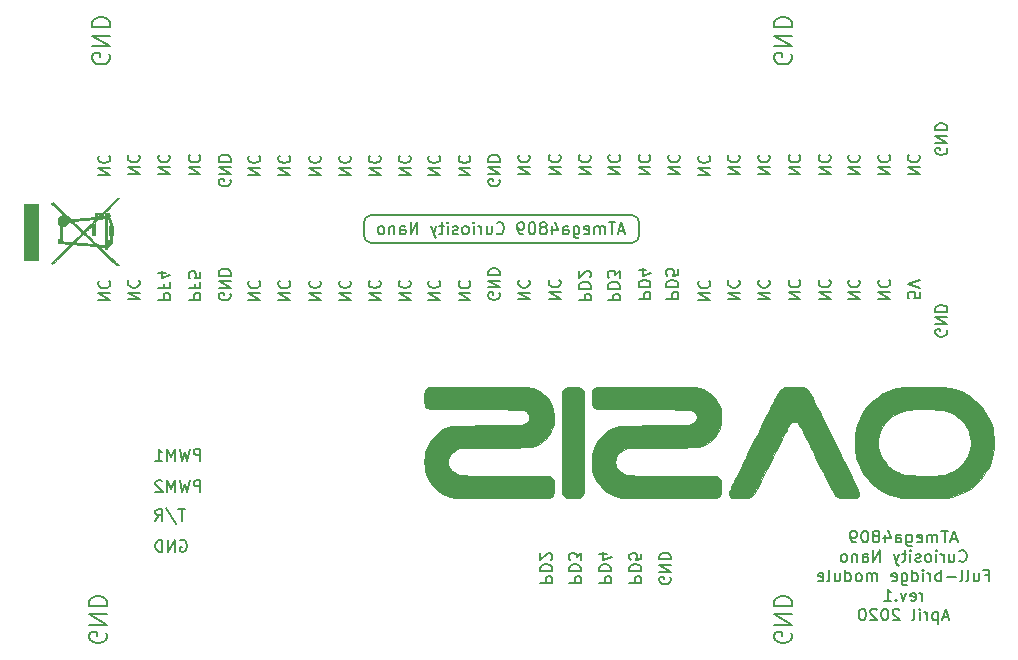
<source format=gbo>
G04 #@! TF.GenerationSoftware,KiCad,Pcbnew,(5.1.5-0-10_14)*
G04 #@! TF.CreationDate,2020-04-21T13:10:17+02:00*
G04 #@! TF.ProjectId,Curiosity_Nano_Full-bridge_module_rev1,43757269-6f73-4697-9479-5f4e616e6f5f,rev?*
G04 #@! TF.SameCoordinates,Original*
G04 #@! TF.FileFunction,Legend,Bot*
G04 #@! TF.FilePolarity,Positive*
%FSLAX46Y46*%
G04 Gerber Fmt 4.6, Leading zero omitted, Abs format (unit mm)*
G04 Created by KiCad (PCBNEW (5.1.5-0-10_14)) date 2020-04-21 13:10:17*
%MOMM*%
%LPD*%
G04 APERTURE LIST*
%ADD10C,0.150000*%
%ADD11C,0.010000*%
%ADD12C,0.200000*%
G04 APERTURE END LIST*
D10*
X118280000Y-103941904D02*
X118327619Y-104037142D01*
X118327619Y-104180000D01*
X118280000Y-104322857D01*
X118184761Y-104418095D01*
X118089523Y-104465714D01*
X117899047Y-104513333D01*
X117756190Y-104513333D01*
X117565714Y-104465714D01*
X117470476Y-104418095D01*
X117375238Y-104322857D01*
X117327619Y-104180000D01*
X117327619Y-104084761D01*
X117375238Y-103941904D01*
X117422857Y-103894285D01*
X117756190Y-103894285D01*
X117756190Y-104084761D01*
X117327619Y-103465714D02*
X118327619Y-103465714D01*
X117327619Y-102894285D01*
X118327619Y-102894285D01*
X117327619Y-102418095D02*
X118327619Y-102418095D01*
X118327619Y-102180000D01*
X118280000Y-102037142D01*
X118184761Y-101941904D01*
X118089523Y-101894285D01*
X117899047Y-101846666D01*
X117756190Y-101846666D01*
X117565714Y-101894285D01*
X117470476Y-101941904D01*
X117375238Y-102037142D01*
X117327619Y-102180000D01*
X117327619Y-102418095D01*
X142563809Y-100686666D02*
X142087619Y-100686666D01*
X142659047Y-100972380D02*
X142325714Y-99972380D01*
X141992380Y-100972380D01*
X141801904Y-99972380D02*
X141230476Y-99972380D01*
X141516190Y-100972380D02*
X141516190Y-99972380D01*
X140897142Y-100972380D02*
X140897142Y-100305714D01*
X140897142Y-100400952D02*
X140849523Y-100353333D01*
X140754285Y-100305714D01*
X140611428Y-100305714D01*
X140516190Y-100353333D01*
X140468571Y-100448571D01*
X140468571Y-100972380D01*
X140468571Y-100448571D02*
X140420952Y-100353333D01*
X140325714Y-100305714D01*
X140182857Y-100305714D01*
X140087619Y-100353333D01*
X140040000Y-100448571D01*
X140040000Y-100972380D01*
X139182857Y-100924761D02*
X139278095Y-100972380D01*
X139468571Y-100972380D01*
X139563809Y-100924761D01*
X139611428Y-100829523D01*
X139611428Y-100448571D01*
X139563809Y-100353333D01*
X139468571Y-100305714D01*
X139278095Y-100305714D01*
X139182857Y-100353333D01*
X139135238Y-100448571D01*
X139135238Y-100543809D01*
X139611428Y-100639047D01*
X138278095Y-100305714D02*
X138278095Y-101115238D01*
X138325714Y-101210476D01*
X138373333Y-101258095D01*
X138468571Y-101305714D01*
X138611428Y-101305714D01*
X138706666Y-101258095D01*
X138278095Y-100924761D02*
X138373333Y-100972380D01*
X138563809Y-100972380D01*
X138659047Y-100924761D01*
X138706666Y-100877142D01*
X138754285Y-100781904D01*
X138754285Y-100496190D01*
X138706666Y-100400952D01*
X138659047Y-100353333D01*
X138563809Y-100305714D01*
X138373333Y-100305714D01*
X138278095Y-100353333D01*
X137373333Y-100972380D02*
X137373333Y-100448571D01*
X137420952Y-100353333D01*
X137516190Y-100305714D01*
X137706666Y-100305714D01*
X137801904Y-100353333D01*
X137373333Y-100924761D02*
X137468571Y-100972380D01*
X137706666Y-100972380D01*
X137801904Y-100924761D01*
X137849523Y-100829523D01*
X137849523Y-100734285D01*
X137801904Y-100639047D01*
X137706666Y-100591428D01*
X137468571Y-100591428D01*
X137373333Y-100543809D01*
X136468571Y-100305714D02*
X136468571Y-100972380D01*
X136706666Y-99924761D02*
X136944761Y-100639047D01*
X136325714Y-100639047D01*
X135801904Y-100400952D02*
X135897142Y-100353333D01*
X135944761Y-100305714D01*
X135992380Y-100210476D01*
X135992380Y-100162857D01*
X135944761Y-100067619D01*
X135897142Y-100020000D01*
X135801904Y-99972380D01*
X135611428Y-99972380D01*
X135516190Y-100020000D01*
X135468571Y-100067619D01*
X135420952Y-100162857D01*
X135420952Y-100210476D01*
X135468571Y-100305714D01*
X135516190Y-100353333D01*
X135611428Y-100400952D01*
X135801904Y-100400952D01*
X135897142Y-100448571D01*
X135944761Y-100496190D01*
X135992380Y-100591428D01*
X135992380Y-100781904D01*
X135944761Y-100877142D01*
X135897142Y-100924761D01*
X135801904Y-100972380D01*
X135611428Y-100972380D01*
X135516190Y-100924761D01*
X135468571Y-100877142D01*
X135420952Y-100781904D01*
X135420952Y-100591428D01*
X135468571Y-100496190D01*
X135516190Y-100448571D01*
X135611428Y-100400952D01*
X134801904Y-99972380D02*
X134706666Y-99972380D01*
X134611428Y-100020000D01*
X134563809Y-100067619D01*
X134516190Y-100162857D01*
X134468571Y-100353333D01*
X134468571Y-100591428D01*
X134516190Y-100781904D01*
X134563809Y-100877142D01*
X134611428Y-100924761D01*
X134706666Y-100972380D01*
X134801904Y-100972380D01*
X134897142Y-100924761D01*
X134944761Y-100877142D01*
X134992380Y-100781904D01*
X135040000Y-100591428D01*
X135040000Y-100353333D01*
X134992380Y-100162857D01*
X134944761Y-100067619D01*
X134897142Y-100020000D01*
X134801904Y-99972380D01*
X133992380Y-100972380D02*
X133801904Y-100972380D01*
X133706666Y-100924761D01*
X133659047Y-100877142D01*
X133563809Y-100734285D01*
X133516190Y-100543809D01*
X133516190Y-100162857D01*
X133563809Y-100067619D01*
X133611428Y-100020000D01*
X133706666Y-99972380D01*
X133897142Y-99972380D01*
X133992380Y-100020000D01*
X134040000Y-100067619D01*
X134087619Y-100162857D01*
X134087619Y-100400952D01*
X134040000Y-100496190D01*
X133992380Y-100543809D01*
X133897142Y-100591428D01*
X133706666Y-100591428D01*
X133611428Y-100543809D01*
X133563809Y-100496190D01*
X133516190Y-100400952D01*
X142754285Y-102527142D02*
X142801904Y-102574761D01*
X142944761Y-102622380D01*
X143040000Y-102622380D01*
X143182857Y-102574761D01*
X143278095Y-102479523D01*
X143325714Y-102384285D01*
X143373333Y-102193809D01*
X143373333Y-102050952D01*
X143325714Y-101860476D01*
X143278095Y-101765238D01*
X143182857Y-101670000D01*
X143040000Y-101622380D01*
X142944761Y-101622380D01*
X142801904Y-101670000D01*
X142754285Y-101717619D01*
X141897142Y-101955714D02*
X141897142Y-102622380D01*
X142325714Y-101955714D02*
X142325714Y-102479523D01*
X142278095Y-102574761D01*
X142182857Y-102622380D01*
X142040000Y-102622380D01*
X141944761Y-102574761D01*
X141897142Y-102527142D01*
X141420952Y-102622380D02*
X141420952Y-101955714D01*
X141420952Y-102146190D02*
X141373333Y-102050952D01*
X141325714Y-102003333D01*
X141230476Y-101955714D01*
X141135238Y-101955714D01*
X140801904Y-102622380D02*
X140801904Y-101955714D01*
X140801904Y-101622380D02*
X140849523Y-101670000D01*
X140801904Y-101717619D01*
X140754285Y-101670000D01*
X140801904Y-101622380D01*
X140801904Y-101717619D01*
X140182857Y-102622380D02*
X140278095Y-102574761D01*
X140325714Y-102527142D01*
X140373333Y-102431904D01*
X140373333Y-102146190D01*
X140325714Y-102050952D01*
X140278095Y-102003333D01*
X140182857Y-101955714D01*
X140040000Y-101955714D01*
X139944761Y-102003333D01*
X139897142Y-102050952D01*
X139849523Y-102146190D01*
X139849523Y-102431904D01*
X139897142Y-102527142D01*
X139944761Y-102574761D01*
X140040000Y-102622380D01*
X140182857Y-102622380D01*
X139468571Y-102574761D02*
X139373333Y-102622380D01*
X139182857Y-102622380D01*
X139087619Y-102574761D01*
X139040000Y-102479523D01*
X139040000Y-102431904D01*
X139087619Y-102336666D01*
X139182857Y-102289047D01*
X139325714Y-102289047D01*
X139420952Y-102241428D01*
X139468571Y-102146190D01*
X139468571Y-102098571D01*
X139420952Y-102003333D01*
X139325714Y-101955714D01*
X139182857Y-101955714D01*
X139087619Y-102003333D01*
X138611428Y-102622380D02*
X138611428Y-101955714D01*
X138611428Y-101622380D02*
X138659047Y-101670000D01*
X138611428Y-101717619D01*
X138563809Y-101670000D01*
X138611428Y-101622380D01*
X138611428Y-101717619D01*
X138278095Y-101955714D02*
X137897142Y-101955714D01*
X138135238Y-101622380D02*
X138135238Y-102479523D01*
X138087619Y-102574761D01*
X137992380Y-102622380D01*
X137897142Y-102622380D01*
X137659047Y-101955714D02*
X137420952Y-102622380D01*
X137182857Y-101955714D02*
X137420952Y-102622380D01*
X137516190Y-102860476D01*
X137563809Y-102908095D01*
X137659047Y-102955714D01*
X136040000Y-102622380D02*
X136040000Y-101622380D01*
X135468571Y-102622380D01*
X135468571Y-101622380D01*
X134563809Y-102622380D02*
X134563809Y-102098571D01*
X134611428Y-102003333D01*
X134706666Y-101955714D01*
X134897142Y-101955714D01*
X134992380Y-102003333D01*
X134563809Y-102574761D02*
X134659047Y-102622380D01*
X134897142Y-102622380D01*
X134992380Y-102574761D01*
X135040000Y-102479523D01*
X135040000Y-102384285D01*
X134992380Y-102289047D01*
X134897142Y-102241428D01*
X134659047Y-102241428D01*
X134563809Y-102193809D01*
X134087619Y-101955714D02*
X134087619Y-102622380D01*
X134087619Y-102050952D02*
X134040000Y-102003333D01*
X133944761Y-101955714D01*
X133801904Y-101955714D01*
X133706666Y-102003333D01*
X133659047Y-102098571D01*
X133659047Y-102622380D01*
X133040000Y-102622380D02*
X133135238Y-102574761D01*
X133182857Y-102527142D01*
X133230476Y-102431904D01*
X133230476Y-102146190D01*
X133182857Y-102050952D01*
X133135238Y-102003333D01*
X133040000Y-101955714D01*
X132897142Y-101955714D01*
X132801904Y-102003333D01*
X132754285Y-102050952D01*
X132706666Y-102146190D01*
X132706666Y-102431904D01*
X132754285Y-102527142D01*
X132801904Y-102574761D01*
X132897142Y-102622380D01*
X133040000Y-102622380D01*
X144920952Y-103748571D02*
X145254285Y-103748571D01*
X145254285Y-104272380D02*
X145254285Y-103272380D01*
X144778095Y-103272380D01*
X143968571Y-103605714D02*
X143968571Y-104272380D01*
X144397142Y-103605714D02*
X144397142Y-104129523D01*
X144349523Y-104224761D01*
X144254285Y-104272380D01*
X144111428Y-104272380D01*
X144016190Y-104224761D01*
X143968571Y-104177142D01*
X143349523Y-104272380D02*
X143444761Y-104224761D01*
X143492380Y-104129523D01*
X143492380Y-103272380D01*
X142825714Y-104272380D02*
X142920952Y-104224761D01*
X142968571Y-104129523D01*
X142968571Y-103272380D01*
X142444761Y-103891428D02*
X141682857Y-103891428D01*
X141206666Y-104272380D02*
X141206666Y-103272380D01*
X141206666Y-103653333D02*
X141111428Y-103605714D01*
X140920952Y-103605714D01*
X140825714Y-103653333D01*
X140778095Y-103700952D01*
X140730476Y-103796190D01*
X140730476Y-104081904D01*
X140778095Y-104177142D01*
X140825714Y-104224761D01*
X140920952Y-104272380D01*
X141111428Y-104272380D01*
X141206666Y-104224761D01*
X140301904Y-104272380D02*
X140301904Y-103605714D01*
X140301904Y-103796190D02*
X140254285Y-103700952D01*
X140206666Y-103653333D01*
X140111428Y-103605714D01*
X140016190Y-103605714D01*
X139682857Y-104272380D02*
X139682857Y-103605714D01*
X139682857Y-103272380D02*
X139730476Y-103320000D01*
X139682857Y-103367619D01*
X139635238Y-103320000D01*
X139682857Y-103272380D01*
X139682857Y-103367619D01*
X138778095Y-104272380D02*
X138778095Y-103272380D01*
X138778095Y-104224761D02*
X138873333Y-104272380D01*
X139063809Y-104272380D01*
X139159047Y-104224761D01*
X139206666Y-104177142D01*
X139254285Y-104081904D01*
X139254285Y-103796190D01*
X139206666Y-103700952D01*
X139159047Y-103653333D01*
X139063809Y-103605714D01*
X138873333Y-103605714D01*
X138778095Y-103653333D01*
X137873333Y-103605714D02*
X137873333Y-104415238D01*
X137920952Y-104510476D01*
X137968571Y-104558095D01*
X138063809Y-104605714D01*
X138206666Y-104605714D01*
X138301904Y-104558095D01*
X137873333Y-104224761D02*
X137968571Y-104272380D01*
X138159047Y-104272380D01*
X138254285Y-104224761D01*
X138301904Y-104177142D01*
X138349523Y-104081904D01*
X138349523Y-103796190D01*
X138301904Y-103700952D01*
X138254285Y-103653333D01*
X138159047Y-103605714D01*
X137968571Y-103605714D01*
X137873333Y-103653333D01*
X137016190Y-104224761D02*
X137111428Y-104272380D01*
X137301904Y-104272380D01*
X137397142Y-104224761D01*
X137444761Y-104129523D01*
X137444761Y-103748571D01*
X137397142Y-103653333D01*
X137301904Y-103605714D01*
X137111428Y-103605714D01*
X137016190Y-103653333D01*
X136968571Y-103748571D01*
X136968571Y-103843809D01*
X137444761Y-103939047D01*
X135778095Y-104272380D02*
X135778095Y-103605714D01*
X135778095Y-103700952D02*
X135730476Y-103653333D01*
X135635238Y-103605714D01*
X135492380Y-103605714D01*
X135397142Y-103653333D01*
X135349523Y-103748571D01*
X135349523Y-104272380D01*
X135349523Y-103748571D02*
X135301904Y-103653333D01*
X135206666Y-103605714D01*
X135063809Y-103605714D01*
X134968571Y-103653333D01*
X134920952Y-103748571D01*
X134920952Y-104272380D01*
X134301904Y-104272380D02*
X134397142Y-104224761D01*
X134444761Y-104177142D01*
X134492380Y-104081904D01*
X134492380Y-103796190D01*
X134444761Y-103700952D01*
X134397142Y-103653333D01*
X134301904Y-103605714D01*
X134159047Y-103605714D01*
X134063809Y-103653333D01*
X134016190Y-103700952D01*
X133968571Y-103796190D01*
X133968571Y-104081904D01*
X134016190Y-104177142D01*
X134063809Y-104224761D01*
X134159047Y-104272380D01*
X134301904Y-104272380D01*
X133111428Y-104272380D02*
X133111428Y-103272380D01*
X133111428Y-104224761D02*
X133206666Y-104272380D01*
X133397142Y-104272380D01*
X133492380Y-104224761D01*
X133540000Y-104177142D01*
X133587619Y-104081904D01*
X133587619Y-103796190D01*
X133540000Y-103700952D01*
X133492380Y-103653333D01*
X133397142Y-103605714D01*
X133206666Y-103605714D01*
X133111428Y-103653333D01*
X132206666Y-103605714D02*
X132206666Y-104272380D01*
X132635238Y-103605714D02*
X132635238Y-104129523D01*
X132587619Y-104224761D01*
X132492380Y-104272380D01*
X132349523Y-104272380D01*
X132254285Y-104224761D01*
X132206666Y-104177142D01*
X131587619Y-104272380D02*
X131682857Y-104224761D01*
X131730476Y-104129523D01*
X131730476Y-103272380D01*
X130825714Y-104224761D02*
X130920952Y-104272380D01*
X131111428Y-104272380D01*
X131206666Y-104224761D01*
X131254285Y-104129523D01*
X131254285Y-103748571D01*
X131206666Y-103653333D01*
X131111428Y-103605714D01*
X130920952Y-103605714D01*
X130825714Y-103653333D01*
X130778095Y-103748571D01*
X130778095Y-103843809D01*
X131254285Y-103939047D01*
X139635238Y-105922380D02*
X139635238Y-105255714D01*
X139635238Y-105446190D02*
X139587619Y-105350952D01*
X139540000Y-105303333D01*
X139444761Y-105255714D01*
X139349523Y-105255714D01*
X138635238Y-105874761D02*
X138730476Y-105922380D01*
X138920952Y-105922380D01*
X139016190Y-105874761D01*
X139063809Y-105779523D01*
X139063809Y-105398571D01*
X139016190Y-105303333D01*
X138920952Y-105255714D01*
X138730476Y-105255714D01*
X138635238Y-105303333D01*
X138587619Y-105398571D01*
X138587619Y-105493809D01*
X139063809Y-105589047D01*
X138254285Y-105255714D02*
X138016190Y-105922380D01*
X137778095Y-105255714D01*
X137397142Y-105827142D02*
X137349523Y-105874761D01*
X137397142Y-105922380D01*
X137444761Y-105874761D01*
X137397142Y-105827142D01*
X137397142Y-105922380D01*
X136397142Y-105922380D02*
X136968571Y-105922380D01*
X136682857Y-105922380D02*
X136682857Y-104922380D01*
X136778095Y-105065238D01*
X136873333Y-105160476D01*
X136968571Y-105208095D01*
X141825714Y-107286666D02*
X141349523Y-107286666D01*
X141920952Y-107572380D02*
X141587619Y-106572380D01*
X141254285Y-107572380D01*
X140920952Y-106905714D02*
X140920952Y-107905714D01*
X140920952Y-106953333D02*
X140825714Y-106905714D01*
X140635238Y-106905714D01*
X140540000Y-106953333D01*
X140492380Y-107000952D01*
X140444761Y-107096190D01*
X140444761Y-107381904D01*
X140492380Y-107477142D01*
X140540000Y-107524761D01*
X140635238Y-107572380D01*
X140825714Y-107572380D01*
X140920952Y-107524761D01*
X140016190Y-107572380D02*
X140016190Y-106905714D01*
X140016190Y-107096190D02*
X139968571Y-107000952D01*
X139920952Y-106953333D01*
X139825714Y-106905714D01*
X139730476Y-106905714D01*
X139397142Y-107572380D02*
X139397142Y-106905714D01*
X139397142Y-106572380D02*
X139444761Y-106620000D01*
X139397142Y-106667619D01*
X139349523Y-106620000D01*
X139397142Y-106572380D01*
X139397142Y-106667619D01*
X138778095Y-107572380D02*
X138873333Y-107524761D01*
X138920952Y-107429523D01*
X138920952Y-106572380D01*
X137682857Y-106667619D02*
X137635238Y-106620000D01*
X137540000Y-106572380D01*
X137301904Y-106572380D01*
X137206666Y-106620000D01*
X137159047Y-106667619D01*
X137111428Y-106762857D01*
X137111428Y-106858095D01*
X137159047Y-107000952D01*
X137730476Y-107572380D01*
X137111428Y-107572380D01*
X136492380Y-106572380D02*
X136397142Y-106572380D01*
X136301904Y-106620000D01*
X136254285Y-106667619D01*
X136206666Y-106762857D01*
X136159047Y-106953333D01*
X136159047Y-107191428D01*
X136206666Y-107381904D01*
X136254285Y-107477142D01*
X136301904Y-107524761D01*
X136397142Y-107572380D01*
X136492380Y-107572380D01*
X136587619Y-107524761D01*
X136635238Y-107477142D01*
X136682857Y-107381904D01*
X136730476Y-107191428D01*
X136730476Y-106953333D01*
X136682857Y-106762857D01*
X136635238Y-106667619D01*
X136587619Y-106620000D01*
X136492380Y-106572380D01*
X135778095Y-106667619D02*
X135730476Y-106620000D01*
X135635238Y-106572380D01*
X135397142Y-106572380D01*
X135301904Y-106620000D01*
X135254285Y-106667619D01*
X135206666Y-106762857D01*
X135206666Y-106858095D01*
X135254285Y-107000952D01*
X135825714Y-107572380D01*
X135206666Y-107572380D01*
X134587619Y-106572380D02*
X134492380Y-106572380D01*
X134397142Y-106620000D01*
X134349523Y-106667619D01*
X134301904Y-106762857D01*
X134254285Y-106953333D01*
X134254285Y-107191428D01*
X134301904Y-107381904D01*
X134349523Y-107477142D01*
X134397142Y-107524761D01*
X134492380Y-107572380D01*
X134587619Y-107572380D01*
X134682857Y-107524761D01*
X134730476Y-107477142D01*
X134778095Y-107381904D01*
X134825714Y-107191428D01*
X134825714Y-106953333D01*
X134778095Y-106762857D01*
X134730476Y-106667619D01*
X134682857Y-106620000D01*
X134587619Y-106572380D01*
X76786666Y-100810000D02*
X76881904Y-100762380D01*
X77024762Y-100762380D01*
X77167619Y-100810000D01*
X77262857Y-100905238D01*
X77310476Y-101000476D01*
X77358095Y-101190952D01*
X77358095Y-101333809D01*
X77310476Y-101524285D01*
X77262857Y-101619523D01*
X77167619Y-101714761D01*
X77024762Y-101762380D01*
X76929523Y-101762380D01*
X76786666Y-101714761D01*
X76739047Y-101667142D01*
X76739047Y-101333809D01*
X76929523Y-101333809D01*
X76310476Y-101762380D02*
X76310476Y-100762380D01*
X75739047Y-101762380D01*
X75739047Y-100762380D01*
X75262857Y-101762380D02*
X75262857Y-100762380D01*
X75024762Y-100762380D01*
X74881904Y-100810000D01*
X74786666Y-100905238D01*
X74739047Y-101000476D01*
X74691428Y-101190952D01*
X74691428Y-101333809D01*
X74739047Y-101524285D01*
X74786666Y-101619523D01*
X74881904Y-101714761D01*
X75024762Y-101762380D01*
X75262857Y-101762380D01*
X77215238Y-98142380D02*
X76643810Y-98142380D01*
X76929524Y-99142380D02*
X76929524Y-98142380D01*
X75596191Y-98094761D02*
X76453334Y-99380476D01*
X74691429Y-99142380D02*
X75024762Y-98666190D01*
X75262857Y-99142380D02*
X75262857Y-98142380D01*
X74881905Y-98142380D01*
X74786667Y-98190000D01*
X74739048Y-98237619D01*
X74691429Y-98332857D01*
X74691429Y-98475714D01*
X74739048Y-98570952D01*
X74786667Y-98618571D01*
X74881905Y-98666190D01*
X75262857Y-98666190D01*
X141680000Y-67591904D02*
X141727619Y-67687142D01*
X141727619Y-67830000D01*
X141680000Y-67972857D01*
X141584761Y-68068095D01*
X141489523Y-68115714D01*
X141299047Y-68163333D01*
X141156190Y-68163333D01*
X140965714Y-68115714D01*
X140870476Y-68068095D01*
X140775238Y-67972857D01*
X140727619Y-67830000D01*
X140727619Y-67734761D01*
X140775238Y-67591904D01*
X140822857Y-67544285D01*
X141156190Y-67544285D01*
X141156190Y-67734761D01*
X140727619Y-67115714D02*
X141727619Y-67115714D01*
X140727619Y-66544285D01*
X141727619Y-66544285D01*
X140727619Y-66068095D02*
X141727619Y-66068095D01*
X141727619Y-65830000D01*
X141680000Y-65687142D01*
X141584761Y-65591904D01*
X141489523Y-65544285D01*
X141299047Y-65496666D01*
X141156190Y-65496666D01*
X140965714Y-65544285D01*
X140870476Y-65591904D01*
X140775238Y-65687142D01*
X140727619Y-65830000D01*
X140727619Y-66068095D01*
X141680000Y-82971904D02*
X141727619Y-83067142D01*
X141727619Y-83210000D01*
X141680000Y-83352857D01*
X141584761Y-83448095D01*
X141489523Y-83495714D01*
X141299047Y-83543333D01*
X141156190Y-83543333D01*
X140965714Y-83495714D01*
X140870476Y-83448095D01*
X140775238Y-83352857D01*
X140727619Y-83210000D01*
X140727619Y-83114761D01*
X140775238Y-82971904D01*
X140822857Y-82924285D01*
X141156190Y-82924285D01*
X141156190Y-83114761D01*
X140727619Y-82495714D02*
X141727619Y-82495714D01*
X140727619Y-81924285D01*
X141727619Y-81924285D01*
X140727619Y-81448095D02*
X141727619Y-81448095D01*
X141727619Y-81210000D01*
X141680000Y-81067142D01*
X141584761Y-80971904D01*
X141489523Y-80924285D01*
X141299047Y-80876666D01*
X141156190Y-80876666D01*
X140965714Y-80924285D01*
X140870476Y-80971904D01*
X140775238Y-81067142D01*
X140727619Y-81210000D01*
X140727619Y-81448095D01*
X92310000Y-73940000D02*
X92310000Y-74960000D01*
X115670000Y-73950000D02*
X115670000Y-74980000D01*
X92990000Y-73260000D02*
X115010000Y-73260000D01*
X92310000Y-73930000D02*
G75*
G02X92980000Y-73260000I670000J0D01*
G01*
X115000000Y-73260000D02*
G75*
G02X115670000Y-73930000I0J-670000D01*
G01*
X115670000Y-74950000D02*
G75*
G02X115000000Y-75620000I-670000J0D01*
G01*
X92980000Y-75620000D02*
G75*
G02X92310000Y-74950000I0J670000D01*
G01*
X92990000Y-75620000D02*
X115010000Y-75620000D01*
X114388571Y-74586666D02*
X113912380Y-74586666D01*
X114483809Y-74872380D02*
X114150476Y-73872380D01*
X113817142Y-74872380D01*
X113626666Y-73872380D02*
X113055238Y-73872380D01*
X113340952Y-74872380D02*
X113340952Y-73872380D01*
X112721904Y-74872380D02*
X112721904Y-74205714D01*
X112721904Y-74300952D02*
X112674285Y-74253333D01*
X112579047Y-74205714D01*
X112436190Y-74205714D01*
X112340952Y-74253333D01*
X112293333Y-74348571D01*
X112293333Y-74872380D01*
X112293333Y-74348571D02*
X112245714Y-74253333D01*
X112150476Y-74205714D01*
X112007619Y-74205714D01*
X111912380Y-74253333D01*
X111864761Y-74348571D01*
X111864761Y-74872380D01*
X111007619Y-74824761D02*
X111102857Y-74872380D01*
X111293333Y-74872380D01*
X111388571Y-74824761D01*
X111436190Y-74729523D01*
X111436190Y-74348571D01*
X111388571Y-74253333D01*
X111293333Y-74205714D01*
X111102857Y-74205714D01*
X111007619Y-74253333D01*
X110960000Y-74348571D01*
X110960000Y-74443809D01*
X111436190Y-74539047D01*
X110102857Y-74205714D02*
X110102857Y-75015238D01*
X110150476Y-75110476D01*
X110198095Y-75158095D01*
X110293333Y-75205714D01*
X110436190Y-75205714D01*
X110531428Y-75158095D01*
X110102857Y-74824761D02*
X110198095Y-74872380D01*
X110388571Y-74872380D01*
X110483809Y-74824761D01*
X110531428Y-74777142D01*
X110579047Y-74681904D01*
X110579047Y-74396190D01*
X110531428Y-74300952D01*
X110483809Y-74253333D01*
X110388571Y-74205714D01*
X110198095Y-74205714D01*
X110102857Y-74253333D01*
X109198095Y-74872380D02*
X109198095Y-74348571D01*
X109245714Y-74253333D01*
X109340952Y-74205714D01*
X109531428Y-74205714D01*
X109626666Y-74253333D01*
X109198095Y-74824761D02*
X109293333Y-74872380D01*
X109531428Y-74872380D01*
X109626666Y-74824761D01*
X109674285Y-74729523D01*
X109674285Y-74634285D01*
X109626666Y-74539047D01*
X109531428Y-74491428D01*
X109293333Y-74491428D01*
X109198095Y-74443809D01*
X108293333Y-74205714D02*
X108293333Y-74872380D01*
X108531428Y-73824761D02*
X108769523Y-74539047D01*
X108150476Y-74539047D01*
X107626666Y-74300952D02*
X107721904Y-74253333D01*
X107769523Y-74205714D01*
X107817142Y-74110476D01*
X107817142Y-74062857D01*
X107769523Y-73967619D01*
X107721904Y-73920000D01*
X107626666Y-73872380D01*
X107436190Y-73872380D01*
X107340952Y-73920000D01*
X107293333Y-73967619D01*
X107245714Y-74062857D01*
X107245714Y-74110476D01*
X107293333Y-74205714D01*
X107340952Y-74253333D01*
X107436190Y-74300952D01*
X107626666Y-74300952D01*
X107721904Y-74348571D01*
X107769523Y-74396190D01*
X107817142Y-74491428D01*
X107817142Y-74681904D01*
X107769523Y-74777142D01*
X107721904Y-74824761D01*
X107626666Y-74872380D01*
X107436190Y-74872380D01*
X107340952Y-74824761D01*
X107293333Y-74777142D01*
X107245714Y-74681904D01*
X107245714Y-74491428D01*
X107293333Y-74396190D01*
X107340952Y-74348571D01*
X107436190Y-74300952D01*
X106626666Y-73872380D02*
X106531428Y-73872380D01*
X106436190Y-73920000D01*
X106388571Y-73967619D01*
X106340952Y-74062857D01*
X106293333Y-74253333D01*
X106293333Y-74491428D01*
X106340952Y-74681904D01*
X106388571Y-74777142D01*
X106436190Y-74824761D01*
X106531428Y-74872380D01*
X106626666Y-74872380D01*
X106721904Y-74824761D01*
X106769523Y-74777142D01*
X106817142Y-74681904D01*
X106864761Y-74491428D01*
X106864761Y-74253333D01*
X106817142Y-74062857D01*
X106769523Y-73967619D01*
X106721904Y-73920000D01*
X106626666Y-73872380D01*
X105817142Y-74872380D02*
X105626666Y-74872380D01*
X105531428Y-74824761D01*
X105483809Y-74777142D01*
X105388571Y-74634285D01*
X105340952Y-74443809D01*
X105340952Y-74062857D01*
X105388571Y-73967619D01*
X105436190Y-73920000D01*
X105531428Y-73872380D01*
X105721904Y-73872380D01*
X105817142Y-73920000D01*
X105864761Y-73967619D01*
X105912380Y-74062857D01*
X105912380Y-74300952D01*
X105864761Y-74396190D01*
X105817142Y-74443809D01*
X105721904Y-74491428D01*
X105531428Y-74491428D01*
X105436190Y-74443809D01*
X105388571Y-74396190D01*
X105340952Y-74300952D01*
X103579047Y-74777142D02*
X103626666Y-74824761D01*
X103769523Y-74872380D01*
X103864761Y-74872380D01*
X104007619Y-74824761D01*
X104102857Y-74729523D01*
X104150476Y-74634285D01*
X104198095Y-74443809D01*
X104198095Y-74300952D01*
X104150476Y-74110476D01*
X104102857Y-74015238D01*
X104007619Y-73920000D01*
X103864761Y-73872380D01*
X103769523Y-73872380D01*
X103626666Y-73920000D01*
X103579047Y-73967619D01*
X102721904Y-74205714D02*
X102721904Y-74872380D01*
X103150476Y-74205714D02*
X103150476Y-74729523D01*
X103102857Y-74824761D01*
X103007619Y-74872380D01*
X102864761Y-74872380D01*
X102769523Y-74824761D01*
X102721904Y-74777142D01*
X102245714Y-74872380D02*
X102245714Y-74205714D01*
X102245714Y-74396190D02*
X102198095Y-74300952D01*
X102150476Y-74253333D01*
X102055238Y-74205714D01*
X101960000Y-74205714D01*
X101626666Y-74872380D02*
X101626666Y-74205714D01*
X101626666Y-73872380D02*
X101674285Y-73920000D01*
X101626666Y-73967619D01*
X101579047Y-73920000D01*
X101626666Y-73872380D01*
X101626666Y-73967619D01*
X101007619Y-74872380D02*
X101102857Y-74824761D01*
X101150476Y-74777142D01*
X101198095Y-74681904D01*
X101198095Y-74396190D01*
X101150476Y-74300952D01*
X101102857Y-74253333D01*
X101007619Y-74205714D01*
X100864761Y-74205714D01*
X100769523Y-74253333D01*
X100721904Y-74300952D01*
X100674285Y-74396190D01*
X100674285Y-74681904D01*
X100721904Y-74777142D01*
X100769523Y-74824761D01*
X100864761Y-74872380D01*
X101007619Y-74872380D01*
X100293333Y-74824761D02*
X100198095Y-74872380D01*
X100007619Y-74872380D01*
X99912380Y-74824761D01*
X99864761Y-74729523D01*
X99864761Y-74681904D01*
X99912380Y-74586666D01*
X100007619Y-74539047D01*
X100150476Y-74539047D01*
X100245714Y-74491428D01*
X100293333Y-74396190D01*
X100293333Y-74348571D01*
X100245714Y-74253333D01*
X100150476Y-74205714D01*
X100007619Y-74205714D01*
X99912380Y-74253333D01*
X99436190Y-74872380D02*
X99436190Y-74205714D01*
X99436190Y-73872380D02*
X99483809Y-73920000D01*
X99436190Y-73967619D01*
X99388571Y-73920000D01*
X99436190Y-73872380D01*
X99436190Y-73967619D01*
X99102857Y-74205714D02*
X98721904Y-74205714D01*
X98960000Y-73872380D02*
X98960000Y-74729523D01*
X98912380Y-74824761D01*
X98817142Y-74872380D01*
X98721904Y-74872380D01*
X98483809Y-74205714D02*
X98245714Y-74872380D01*
X98007619Y-74205714D02*
X98245714Y-74872380D01*
X98340952Y-75110476D01*
X98388571Y-75158095D01*
X98483809Y-75205714D01*
X96864761Y-74872380D02*
X96864761Y-73872380D01*
X96293333Y-74872380D01*
X96293333Y-73872380D01*
X95388571Y-74872380D02*
X95388571Y-74348571D01*
X95436190Y-74253333D01*
X95531428Y-74205714D01*
X95721904Y-74205714D01*
X95817142Y-74253333D01*
X95388571Y-74824761D02*
X95483809Y-74872380D01*
X95721904Y-74872380D01*
X95817142Y-74824761D01*
X95864761Y-74729523D01*
X95864761Y-74634285D01*
X95817142Y-74539047D01*
X95721904Y-74491428D01*
X95483809Y-74491428D01*
X95388571Y-74443809D01*
X94912380Y-74205714D02*
X94912380Y-74872380D01*
X94912380Y-74300952D02*
X94864761Y-74253333D01*
X94769523Y-74205714D01*
X94626666Y-74205714D01*
X94531428Y-74253333D01*
X94483809Y-74348571D01*
X94483809Y-74872380D01*
X93864761Y-74872380D02*
X93960000Y-74824761D01*
X94007619Y-74777142D01*
X94055238Y-74681904D01*
X94055238Y-74396190D01*
X94007619Y-74300952D01*
X93960000Y-74253333D01*
X93864761Y-74205714D01*
X93721904Y-74205714D01*
X93626666Y-74253333D01*
X93579047Y-74300952D01*
X93531428Y-74396190D01*
X93531428Y-74681904D01*
X93579047Y-74777142D01*
X93626666Y-74824761D01*
X93721904Y-74872380D01*
X93864761Y-74872380D01*
X78500952Y-96712380D02*
X78500952Y-95712380D01*
X78120000Y-95712380D01*
X78024761Y-95760000D01*
X77977142Y-95807619D01*
X77929523Y-95902857D01*
X77929523Y-96045714D01*
X77977142Y-96140952D01*
X78024761Y-96188571D01*
X78120000Y-96236190D01*
X78500952Y-96236190D01*
X77596190Y-95712380D02*
X77358095Y-96712380D01*
X77167619Y-95998095D01*
X76977142Y-96712380D01*
X76739047Y-95712380D01*
X76358095Y-96712380D02*
X76358095Y-95712380D01*
X76024761Y-96426666D01*
X75691428Y-95712380D01*
X75691428Y-96712380D01*
X75262857Y-95807619D02*
X75215238Y-95760000D01*
X75120000Y-95712380D01*
X74881904Y-95712380D01*
X74786666Y-95760000D01*
X74739047Y-95807619D01*
X74691428Y-95902857D01*
X74691428Y-95998095D01*
X74739047Y-96140952D01*
X75310476Y-96712380D01*
X74691428Y-96712380D01*
X78500952Y-94052380D02*
X78500952Y-93052380D01*
X78120000Y-93052380D01*
X78024761Y-93100000D01*
X77977142Y-93147619D01*
X77929523Y-93242857D01*
X77929523Y-93385714D01*
X77977142Y-93480952D01*
X78024761Y-93528571D01*
X78120000Y-93576190D01*
X78500952Y-93576190D01*
X77596190Y-93052380D02*
X77358095Y-94052380D01*
X77167619Y-93338095D01*
X76977142Y-94052380D01*
X76739047Y-93052380D01*
X76358095Y-94052380D02*
X76358095Y-93052380D01*
X76024761Y-93766666D01*
X75691428Y-93052380D01*
X75691428Y-94052380D01*
X74691428Y-94052380D02*
X75262857Y-94052380D01*
X74977142Y-94052380D02*
X74977142Y-93052380D01*
X75072380Y-93195238D01*
X75167619Y-93290476D01*
X75262857Y-93338095D01*
X114827619Y-104398095D02*
X115827619Y-104398095D01*
X115827619Y-104017142D01*
X115780000Y-103921904D01*
X115732380Y-103874285D01*
X115637142Y-103826666D01*
X115494285Y-103826666D01*
X115399047Y-103874285D01*
X115351428Y-103921904D01*
X115303809Y-104017142D01*
X115303809Y-104398095D01*
X114827619Y-103398095D02*
X115827619Y-103398095D01*
X115827619Y-103160000D01*
X115780000Y-103017142D01*
X115684761Y-102921904D01*
X115589523Y-102874285D01*
X115399047Y-102826666D01*
X115256190Y-102826666D01*
X115065714Y-102874285D01*
X114970476Y-102921904D01*
X114875238Y-103017142D01*
X114827619Y-103160000D01*
X114827619Y-103398095D01*
X115827619Y-101921904D02*
X115827619Y-102398095D01*
X115351428Y-102445714D01*
X115399047Y-102398095D01*
X115446666Y-102302857D01*
X115446666Y-102064761D01*
X115399047Y-101969523D01*
X115351428Y-101921904D01*
X115256190Y-101874285D01*
X115018095Y-101874285D01*
X114922857Y-101921904D01*
X114875238Y-101969523D01*
X114827619Y-102064761D01*
X114827619Y-102302857D01*
X114875238Y-102398095D01*
X114922857Y-102445714D01*
X112257619Y-104398095D02*
X113257619Y-104398095D01*
X113257619Y-104017142D01*
X113210000Y-103921904D01*
X113162380Y-103874285D01*
X113067142Y-103826666D01*
X112924285Y-103826666D01*
X112829047Y-103874285D01*
X112781428Y-103921904D01*
X112733809Y-104017142D01*
X112733809Y-104398095D01*
X112257619Y-103398095D02*
X113257619Y-103398095D01*
X113257619Y-103160000D01*
X113210000Y-103017142D01*
X113114761Y-102921904D01*
X113019523Y-102874285D01*
X112829047Y-102826666D01*
X112686190Y-102826666D01*
X112495714Y-102874285D01*
X112400476Y-102921904D01*
X112305238Y-103017142D01*
X112257619Y-103160000D01*
X112257619Y-103398095D01*
X112924285Y-101969523D02*
X112257619Y-101969523D01*
X113305238Y-102207619D02*
X112590952Y-102445714D01*
X112590952Y-101826666D01*
X109727619Y-104398095D02*
X110727619Y-104398095D01*
X110727619Y-104017142D01*
X110680000Y-103921904D01*
X110632380Y-103874285D01*
X110537142Y-103826666D01*
X110394285Y-103826666D01*
X110299047Y-103874285D01*
X110251428Y-103921904D01*
X110203809Y-104017142D01*
X110203809Y-104398095D01*
X109727619Y-103398095D02*
X110727619Y-103398095D01*
X110727619Y-103160000D01*
X110680000Y-103017142D01*
X110584761Y-102921904D01*
X110489523Y-102874285D01*
X110299047Y-102826666D01*
X110156190Y-102826666D01*
X109965714Y-102874285D01*
X109870476Y-102921904D01*
X109775238Y-103017142D01*
X109727619Y-103160000D01*
X109727619Y-103398095D01*
X110727619Y-102493333D02*
X110727619Y-101874285D01*
X110346666Y-102207619D01*
X110346666Y-102064761D01*
X110299047Y-101969523D01*
X110251428Y-101921904D01*
X110156190Y-101874285D01*
X109918095Y-101874285D01*
X109822857Y-101921904D01*
X109775238Y-101969523D01*
X109727619Y-102064761D01*
X109727619Y-102350476D01*
X109775238Y-102445714D01*
X109822857Y-102493333D01*
X107277619Y-104398095D02*
X108277619Y-104398095D01*
X108277619Y-104017142D01*
X108230000Y-103921904D01*
X108182380Y-103874285D01*
X108087142Y-103826666D01*
X107944285Y-103826666D01*
X107849047Y-103874285D01*
X107801428Y-103921904D01*
X107753809Y-104017142D01*
X107753809Y-104398095D01*
X107277619Y-103398095D02*
X108277619Y-103398095D01*
X108277619Y-103160000D01*
X108230000Y-103017142D01*
X108134761Y-102921904D01*
X108039523Y-102874285D01*
X107849047Y-102826666D01*
X107706190Y-102826666D01*
X107515714Y-102874285D01*
X107420476Y-102921904D01*
X107325238Y-103017142D01*
X107277619Y-103160000D01*
X107277619Y-103398095D01*
X108182380Y-102445714D02*
X108230000Y-102398095D01*
X108277619Y-102302857D01*
X108277619Y-102064761D01*
X108230000Y-101969523D01*
X108182380Y-101921904D01*
X108087142Y-101874285D01*
X107991904Y-101874285D01*
X107849047Y-101921904D01*
X107277619Y-102493333D01*
X107277619Y-101874285D01*
X97797619Y-80435714D02*
X98797619Y-80435714D01*
X97797619Y-79864285D01*
X98797619Y-79864285D01*
X97892857Y-78816666D02*
X97845238Y-78864285D01*
X97797619Y-79007142D01*
X97797619Y-79102380D01*
X97845238Y-79245238D01*
X97940476Y-79340476D01*
X98035714Y-79388095D01*
X98226190Y-79435714D01*
X98369047Y-79435714D01*
X98559523Y-79388095D01*
X98654761Y-79340476D01*
X98750000Y-79245238D01*
X98797619Y-79102380D01*
X98797619Y-79007142D01*
X98750000Y-78864285D01*
X98702380Y-78816666D01*
X85107619Y-80445714D02*
X86107619Y-80445714D01*
X85107619Y-79874285D01*
X86107619Y-79874285D01*
X85202857Y-78826666D02*
X85155238Y-78874285D01*
X85107619Y-79017142D01*
X85107619Y-79112380D01*
X85155238Y-79255238D01*
X85250476Y-79350476D01*
X85345714Y-79398095D01*
X85536190Y-79445714D01*
X85679047Y-79445714D01*
X85869523Y-79398095D01*
X85964761Y-79350476D01*
X86060000Y-79255238D01*
X86107619Y-79112380D01*
X86107619Y-79017142D01*
X86060000Y-78874285D01*
X86012380Y-78826666D01*
X81000000Y-79911904D02*
X81047619Y-80007142D01*
X81047619Y-80150000D01*
X81000000Y-80292857D01*
X80904761Y-80388095D01*
X80809523Y-80435714D01*
X80619047Y-80483333D01*
X80476190Y-80483333D01*
X80285714Y-80435714D01*
X80190476Y-80388095D01*
X80095238Y-80292857D01*
X80047619Y-80150000D01*
X80047619Y-80054761D01*
X80095238Y-79911904D01*
X80142857Y-79864285D01*
X80476190Y-79864285D01*
X80476190Y-80054761D01*
X80047619Y-79435714D02*
X81047619Y-79435714D01*
X80047619Y-78864285D01*
X81047619Y-78864285D01*
X80047619Y-78388095D02*
X81047619Y-78388095D01*
X81047619Y-78150000D01*
X81000000Y-78007142D01*
X80904761Y-77911904D01*
X80809523Y-77864285D01*
X80619047Y-77816666D01*
X80476190Y-77816666D01*
X80285714Y-77864285D01*
X80190476Y-77911904D01*
X80095238Y-78007142D01*
X80047619Y-78150000D01*
X80047619Y-78388095D01*
X82557619Y-80445714D02*
X83557619Y-80445714D01*
X82557619Y-79874285D01*
X83557619Y-79874285D01*
X82652857Y-78826666D02*
X82605238Y-78874285D01*
X82557619Y-79017142D01*
X82557619Y-79112380D01*
X82605238Y-79255238D01*
X82700476Y-79350476D01*
X82795714Y-79398095D01*
X82986190Y-79445714D01*
X83129047Y-79445714D01*
X83319523Y-79398095D01*
X83414761Y-79350476D01*
X83510000Y-79255238D01*
X83557619Y-79112380D01*
X83557619Y-79017142D01*
X83510000Y-78874285D01*
X83462380Y-78826666D01*
X87697619Y-80435714D02*
X88697619Y-80435714D01*
X87697619Y-79864285D01*
X88697619Y-79864285D01*
X87792857Y-78816666D02*
X87745238Y-78864285D01*
X87697619Y-79007142D01*
X87697619Y-79102380D01*
X87745238Y-79245238D01*
X87840476Y-79340476D01*
X87935714Y-79388095D01*
X88126190Y-79435714D01*
X88269047Y-79435714D01*
X88459523Y-79388095D01*
X88554761Y-79340476D01*
X88650000Y-79245238D01*
X88697619Y-79102380D01*
X88697619Y-79007142D01*
X88650000Y-78864285D01*
X88602380Y-78816666D01*
X92747619Y-80435714D02*
X93747619Y-80435714D01*
X92747619Y-79864285D01*
X93747619Y-79864285D01*
X92842857Y-78816666D02*
X92795238Y-78864285D01*
X92747619Y-79007142D01*
X92747619Y-79102380D01*
X92795238Y-79245238D01*
X92890476Y-79340476D01*
X92985714Y-79388095D01*
X93176190Y-79435714D01*
X93319047Y-79435714D01*
X93509523Y-79388095D01*
X93604761Y-79340476D01*
X93700000Y-79245238D01*
X93747619Y-79102380D01*
X93747619Y-79007142D01*
X93700000Y-78864285D01*
X93652380Y-78816666D01*
X95297619Y-80435714D02*
X96297619Y-80435714D01*
X95297619Y-79864285D01*
X96297619Y-79864285D01*
X95392857Y-78816666D02*
X95345238Y-78864285D01*
X95297619Y-79007142D01*
X95297619Y-79102380D01*
X95345238Y-79245238D01*
X95440476Y-79340476D01*
X95535714Y-79388095D01*
X95726190Y-79435714D01*
X95869047Y-79435714D01*
X96059523Y-79388095D01*
X96154761Y-79340476D01*
X96250000Y-79245238D01*
X96297619Y-79102380D01*
X96297619Y-79007142D01*
X96250000Y-78864285D01*
X96202380Y-78816666D01*
X90247619Y-80435714D02*
X91247619Y-80435714D01*
X90247619Y-79864285D01*
X91247619Y-79864285D01*
X90342857Y-78816666D02*
X90295238Y-78864285D01*
X90247619Y-79007142D01*
X90247619Y-79102380D01*
X90295238Y-79245238D01*
X90390476Y-79340476D01*
X90485714Y-79388095D01*
X90676190Y-79435714D01*
X90819047Y-79435714D01*
X91009523Y-79388095D01*
X91104761Y-79340476D01*
X91200000Y-79245238D01*
X91247619Y-79102380D01*
X91247619Y-79007142D01*
X91200000Y-78864285D01*
X91152380Y-78816666D01*
X133347619Y-80385714D02*
X134347619Y-80385714D01*
X133347619Y-79814285D01*
X134347619Y-79814285D01*
X133442857Y-78766666D02*
X133395238Y-78814285D01*
X133347619Y-78957142D01*
X133347619Y-79052380D01*
X133395238Y-79195238D01*
X133490476Y-79290476D01*
X133585714Y-79338095D01*
X133776190Y-79385714D01*
X133919047Y-79385714D01*
X134109523Y-79338095D01*
X134204761Y-79290476D01*
X134300000Y-79195238D01*
X134347619Y-79052380D01*
X134347619Y-78957142D01*
X134300000Y-78814285D01*
X134252380Y-78766666D01*
X135897619Y-80385714D02*
X136897619Y-80385714D01*
X135897619Y-79814285D01*
X136897619Y-79814285D01*
X135992857Y-78766666D02*
X135945238Y-78814285D01*
X135897619Y-78957142D01*
X135897619Y-79052380D01*
X135945238Y-79195238D01*
X136040476Y-79290476D01*
X136135714Y-79338095D01*
X136326190Y-79385714D01*
X136469047Y-79385714D01*
X136659523Y-79338095D01*
X136754761Y-79290476D01*
X136850000Y-79195238D01*
X136897619Y-79052380D01*
X136897619Y-78957142D01*
X136850000Y-78814285D01*
X136802380Y-78766666D01*
X130847619Y-80385714D02*
X131847619Y-80385714D01*
X130847619Y-79814285D01*
X131847619Y-79814285D01*
X130942857Y-78766666D02*
X130895238Y-78814285D01*
X130847619Y-78957142D01*
X130847619Y-79052380D01*
X130895238Y-79195238D01*
X130990476Y-79290476D01*
X131085714Y-79338095D01*
X131276190Y-79385714D01*
X131419047Y-79385714D01*
X131609523Y-79338095D01*
X131704761Y-79290476D01*
X131800000Y-79195238D01*
X131847619Y-79052380D01*
X131847619Y-78957142D01*
X131800000Y-78814285D01*
X131752380Y-78766666D01*
X112997619Y-80488095D02*
X113997619Y-80488095D01*
X113997619Y-80107142D01*
X113950000Y-80011904D01*
X113902380Y-79964285D01*
X113807142Y-79916666D01*
X113664285Y-79916666D01*
X113569047Y-79964285D01*
X113521428Y-80011904D01*
X113473809Y-80107142D01*
X113473809Y-80488095D01*
X112997619Y-79488095D02*
X113997619Y-79488095D01*
X113997619Y-79250000D01*
X113950000Y-79107142D01*
X113854761Y-79011904D01*
X113759523Y-78964285D01*
X113569047Y-78916666D01*
X113426190Y-78916666D01*
X113235714Y-78964285D01*
X113140476Y-79011904D01*
X113045238Y-79107142D01*
X112997619Y-79250000D01*
X112997619Y-79488095D01*
X113997619Y-78583333D02*
X113997619Y-77964285D01*
X113616666Y-78297619D01*
X113616666Y-78154761D01*
X113569047Y-78059523D01*
X113521428Y-78011904D01*
X113426190Y-77964285D01*
X113188095Y-77964285D01*
X113092857Y-78011904D01*
X113045238Y-78059523D01*
X112997619Y-78154761D01*
X112997619Y-78440476D01*
X113045238Y-78535714D01*
X113092857Y-78583333D01*
X115597619Y-80338095D02*
X116597619Y-80338095D01*
X116597619Y-79957142D01*
X116550000Y-79861904D01*
X116502380Y-79814285D01*
X116407142Y-79766666D01*
X116264285Y-79766666D01*
X116169047Y-79814285D01*
X116121428Y-79861904D01*
X116073809Y-79957142D01*
X116073809Y-80338095D01*
X115597619Y-79338095D02*
X116597619Y-79338095D01*
X116597619Y-79100000D01*
X116550000Y-78957142D01*
X116454761Y-78861904D01*
X116359523Y-78814285D01*
X116169047Y-78766666D01*
X116026190Y-78766666D01*
X115835714Y-78814285D01*
X115740476Y-78861904D01*
X115645238Y-78957142D01*
X115597619Y-79100000D01*
X115597619Y-79338095D01*
X116264285Y-77909523D02*
X115597619Y-77909523D01*
X116645238Y-78147619D02*
X115930952Y-78385714D01*
X115930952Y-77766666D01*
X110547619Y-80488095D02*
X111547619Y-80488095D01*
X111547619Y-80107142D01*
X111500000Y-80011904D01*
X111452380Y-79964285D01*
X111357142Y-79916666D01*
X111214285Y-79916666D01*
X111119047Y-79964285D01*
X111071428Y-80011904D01*
X111023809Y-80107142D01*
X111023809Y-80488095D01*
X110547619Y-79488095D02*
X111547619Y-79488095D01*
X111547619Y-79250000D01*
X111500000Y-79107142D01*
X111404761Y-79011904D01*
X111309523Y-78964285D01*
X111119047Y-78916666D01*
X110976190Y-78916666D01*
X110785714Y-78964285D01*
X110690476Y-79011904D01*
X110595238Y-79107142D01*
X110547619Y-79250000D01*
X110547619Y-79488095D01*
X111452380Y-78535714D02*
X111500000Y-78488095D01*
X111547619Y-78392857D01*
X111547619Y-78154761D01*
X111500000Y-78059523D01*
X111452380Y-78011904D01*
X111357142Y-77964285D01*
X111261904Y-77964285D01*
X111119047Y-78011904D01*
X110547619Y-78583333D01*
X110547619Y-77964285D01*
X117947619Y-80338095D02*
X118947619Y-80338095D01*
X118947619Y-79957142D01*
X118900000Y-79861904D01*
X118852380Y-79814285D01*
X118757142Y-79766666D01*
X118614285Y-79766666D01*
X118519047Y-79814285D01*
X118471428Y-79861904D01*
X118423809Y-79957142D01*
X118423809Y-80338095D01*
X117947619Y-79338095D02*
X118947619Y-79338095D01*
X118947619Y-79100000D01*
X118900000Y-78957142D01*
X118804761Y-78861904D01*
X118709523Y-78814285D01*
X118519047Y-78766666D01*
X118376190Y-78766666D01*
X118185714Y-78814285D01*
X118090476Y-78861904D01*
X117995238Y-78957142D01*
X117947619Y-79100000D01*
X117947619Y-79338095D01*
X118947619Y-77861904D02*
X118947619Y-78338095D01*
X118471428Y-78385714D01*
X118519047Y-78338095D01*
X118566666Y-78242857D01*
X118566666Y-78004761D01*
X118519047Y-77909523D01*
X118471428Y-77861904D01*
X118376190Y-77814285D01*
X118138095Y-77814285D01*
X118042857Y-77861904D01*
X117995238Y-77909523D01*
X117947619Y-78004761D01*
X117947619Y-78242857D01*
X117995238Y-78338095D01*
X118042857Y-78385714D01*
X105407619Y-80395714D02*
X106407619Y-80395714D01*
X105407619Y-79824285D01*
X106407619Y-79824285D01*
X105502857Y-78776666D02*
X105455238Y-78824285D01*
X105407619Y-78967142D01*
X105407619Y-79062380D01*
X105455238Y-79205238D01*
X105550476Y-79300476D01*
X105645714Y-79348095D01*
X105836190Y-79395714D01*
X105979047Y-79395714D01*
X106169523Y-79348095D01*
X106264761Y-79300476D01*
X106360000Y-79205238D01*
X106407619Y-79062380D01*
X106407619Y-78967142D01*
X106360000Y-78824285D01*
X106312380Y-78776666D01*
X100357619Y-80445714D02*
X101357619Y-80445714D01*
X100357619Y-79874285D01*
X101357619Y-79874285D01*
X100452857Y-78826666D02*
X100405238Y-78874285D01*
X100357619Y-79017142D01*
X100357619Y-79112380D01*
X100405238Y-79255238D01*
X100500476Y-79350476D01*
X100595714Y-79398095D01*
X100786190Y-79445714D01*
X100929047Y-79445714D01*
X101119523Y-79398095D01*
X101214761Y-79350476D01*
X101310000Y-79255238D01*
X101357619Y-79112380D01*
X101357619Y-79017142D01*
X101310000Y-78874285D01*
X101262380Y-78826666D01*
X103800000Y-79861904D02*
X103847619Y-79957142D01*
X103847619Y-80100000D01*
X103800000Y-80242857D01*
X103704761Y-80338095D01*
X103609523Y-80385714D01*
X103419047Y-80433333D01*
X103276190Y-80433333D01*
X103085714Y-80385714D01*
X102990476Y-80338095D01*
X102895238Y-80242857D01*
X102847619Y-80100000D01*
X102847619Y-80004761D01*
X102895238Y-79861904D01*
X102942857Y-79814285D01*
X103276190Y-79814285D01*
X103276190Y-80004761D01*
X102847619Y-79385714D02*
X103847619Y-79385714D01*
X102847619Y-78814285D01*
X103847619Y-78814285D01*
X102847619Y-78338095D02*
X103847619Y-78338095D01*
X103847619Y-78100000D01*
X103800000Y-77957142D01*
X103704761Y-77861904D01*
X103609523Y-77814285D01*
X103419047Y-77766666D01*
X103276190Y-77766666D01*
X103085714Y-77814285D01*
X102990476Y-77861904D01*
X102895238Y-77957142D01*
X102847619Y-78100000D01*
X102847619Y-78338095D01*
X107997619Y-80385714D02*
X108997619Y-80385714D01*
X107997619Y-79814285D01*
X108997619Y-79814285D01*
X108092857Y-78766666D02*
X108045238Y-78814285D01*
X107997619Y-78957142D01*
X107997619Y-79052380D01*
X108045238Y-79195238D01*
X108140476Y-79290476D01*
X108235714Y-79338095D01*
X108426190Y-79385714D01*
X108569047Y-79385714D01*
X108759523Y-79338095D01*
X108854761Y-79290476D01*
X108950000Y-79195238D01*
X108997619Y-79052380D01*
X108997619Y-78957142D01*
X108950000Y-78814285D01*
X108902380Y-78766666D01*
X139397619Y-79790476D02*
X139397619Y-80266666D01*
X138921428Y-80314285D01*
X138969047Y-80266666D01*
X139016666Y-80171428D01*
X139016666Y-79933333D01*
X138969047Y-79838095D01*
X138921428Y-79790476D01*
X138826190Y-79742857D01*
X138588095Y-79742857D01*
X138492857Y-79790476D01*
X138445238Y-79838095D01*
X138397619Y-79933333D01*
X138397619Y-80171428D01*
X138445238Y-80266666D01*
X138492857Y-80314285D01*
X139397619Y-79457142D02*
X138397619Y-79123809D01*
X139397619Y-78790476D01*
X74907619Y-80416666D02*
X75907619Y-80416666D01*
X75907619Y-80035714D01*
X75860000Y-79940476D01*
X75812380Y-79892857D01*
X75717142Y-79845238D01*
X75574285Y-79845238D01*
X75479047Y-79892857D01*
X75431428Y-79940476D01*
X75383809Y-80035714D01*
X75383809Y-80416666D01*
X75431428Y-79083333D02*
X75431428Y-79416666D01*
X74907619Y-79416666D02*
X75907619Y-79416666D01*
X75907619Y-78940476D01*
X75574285Y-78130952D02*
X74907619Y-78130952D01*
X75955238Y-78369047D02*
X75240952Y-78607142D01*
X75240952Y-77988095D01*
X69857619Y-80445714D02*
X70857619Y-80445714D01*
X69857619Y-79874285D01*
X70857619Y-79874285D01*
X69952857Y-78826666D02*
X69905238Y-78874285D01*
X69857619Y-79017142D01*
X69857619Y-79112380D01*
X69905238Y-79255238D01*
X70000476Y-79350476D01*
X70095714Y-79398095D01*
X70286190Y-79445714D01*
X70429047Y-79445714D01*
X70619523Y-79398095D01*
X70714761Y-79350476D01*
X70810000Y-79255238D01*
X70857619Y-79112380D01*
X70857619Y-79017142D01*
X70810000Y-78874285D01*
X70762380Y-78826666D01*
X72357619Y-80395714D02*
X73357619Y-80395714D01*
X72357619Y-79824285D01*
X73357619Y-79824285D01*
X72452857Y-78776666D02*
X72405238Y-78824285D01*
X72357619Y-78967142D01*
X72357619Y-79062380D01*
X72405238Y-79205238D01*
X72500476Y-79300476D01*
X72595714Y-79348095D01*
X72786190Y-79395714D01*
X72929047Y-79395714D01*
X73119523Y-79348095D01*
X73214761Y-79300476D01*
X73310000Y-79205238D01*
X73357619Y-79062380D01*
X73357619Y-78967142D01*
X73310000Y-78824285D01*
X73262380Y-78776666D01*
X77497619Y-80416666D02*
X78497619Y-80416666D01*
X78497619Y-80035714D01*
X78450000Y-79940476D01*
X78402380Y-79892857D01*
X78307142Y-79845238D01*
X78164285Y-79845238D01*
X78069047Y-79892857D01*
X78021428Y-79940476D01*
X77973809Y-80035714D01*
X77973809Y-80416666D01*
X78021428Y-79083333D02*
X78021428Y-79416666D01*
X77497619Y-79416666D02*
X78497619Y-79416666D01*
X78497619Y-78940476D01*
X78497619Y-78083333D02*
X78497619Y-78559523D01*
X78021428Y-78607142D01*
X78069047Y-78559523D01*
X78116666Y-78464285D01*
X78116666Y-78226190D01*
X78069047Y-78130952D01*
X78021428Y-78083333D01*
X77926190Y-78035714D01*
X77688095Y-78035714D01*
X77592857Y-78083333D01*
X77545238Y-78130952D01*
X77497619Y-78226190D01*
X77497619Y-78464285D01*
X77545238Y-78559523D01*
X77592857Y-78607142D01*
X125707619Y-80395714D02*
X126707619Y-80395714D01*
X125707619Y-79824285D01*
X126707619Y-79824285D01*
X125802857Y-78776666D02*
X125755238Y-78824285D01*
X125707619Y-78967142D01*
X125707619Y-79062380D01*
X125755238Y-79205238D01*
X125850476Y-79300476D01*
X125945714Y-79348095D01*
X126136190Y-79395714D01*
X126279047Y-79395714D01*
X126469523Y-79348095D01*
X126564761Y-79300476D01*
X126660000Y-79205238D01*
X126707619Y-79062380D01*
X126707619Y-78967142D01*
X126660000Y-78824285D01*
X126612380Y-78776666D01*
X120657619Y-80445714D02*
X121657619Y-80445714D01*
X120657619Y-79874285D01*
X121657619Y-79874285D01*
X120752857Y-78826666D02*
X120705238Y-78874285D01*
X120657619Y-79017142D01*
X120657619Y-79112380D01*
X120705238Y-79255238D01*
X120800476Y-79350476D01*
X120895714Y-79398095D01*
X121086190Y-79445714D01*
X121229047Y-79445714D01*
X121419523Y-79398095D01*
X121514761Y-79350476D01*
X121610000Y-79255238D01*
X121657619Y-79112380D01*
X121657619Y-79017142D01*
X121610000Y-78874285D01*
X121562380Y-78826666D01*
X123157619Y-80395714D02*
X124157619Y-80395714D01*
X123157619Y-79824285D01*
X124157619Y-79824285D01*
X123252857Y-78776666D02*
X123205238Y-78824285D01*
X123157619Y-78967142D01*
X123157619Y-79062380D01*
X123205238Y-79205238D01*
X123300476Y-79300476D01*
X123395714Y-79348095D01*
X123586190Y-79395714D01*
X123729047Y-79395714D01*
X123919523Y-79348095D01*
X124014761Y-79300476D01*
X124110000Y-79205238D01*
X124157619Y-79062380D01*
X124157619Y-78967142D01*
X124110000Y-78824285D01*
X124062380Y-78776666D01*
X128297619Y-80385714D02*
X129297619Y-80385714D01*
X128297619Y-79814285D01*
X129297619Y-79814285D01*
X128392857Y-78766666D02*
X128345238Y-78814285D01*
X128297619Y-78957142D01*
X128297619Y-79052380D01*
X128345238Y-79195238D01*
X128440476Y-79290476D01*
X128535714Y-79338095D01*
X128726190Y-79385714D01*
X128869047Y-79385714D01*
X129059523Y-79338095D01*
X129154761Y-79290476D01*
X129250000Y-79195238D01*
X129297619Y-79052380D01*
X129297619Y-78957142D01*
X129250000Y-78814285D01*
X129202380Y-78766666D01*
X74907619Y-69795714D02*
X75907619Y-69795714D01*
X74907619Y-69224285D01*
X75907619Y-69224285D01*
X75002857Y-68176666D02*
X74955238Y-68224285D01*
X74907619Y-68367142D01*
X74907619Y-68462380D01*
X74955238Y-68605238D01*
X75050476Y-68700476D01*
X75145714Y-68748095D01*
X75336190Y-68795714D01*
X75479047Y-68795714D01*
X75669523Y-68748095D01*
X75764761Y-68700476D01*
X75860000Y-68605238D01*
X75907619Y-68462380D01*
X75907619Y-68367142D01*
X75860000Y-68224285D01*
X75812380Y-68176666D01*
X69857619Y-69845714D02*
X70857619Y-69845714D01*
X69857619Y-69274285D01*
X70857619Y-69274285D01*
X69952857Y-68226666D02*
X69905238Y-68274285D01*
X69857619Y-68417142D01*
X69857619Y-68512380D01*
X69905238Y-68655238D01*
X70000476Y-68750476D01*
X70095714Y-68798095D01*
X70286190Y-68845714D01*
X70429047Y-68845714D01*
X70619523Y-68798095D01*
X70714761Y-68750476D01*
X70810000Y-68655238D01*
X70857619Y-68512380D01*
X70857619Y-68417142D01*
X70810000Y-68274285D01*
X70762380Y-68226666D01*
X72357619Y-69795714D02*
X73357619Y-69795714D01*
X72357619Y-69224285D01*
X73357619Y-69224285D01*
X72452857Y-68176666D02*
X72405238Y-68224285D01*
X72357619Y-68367142D01*
X72357619Y-68462380D01*
X72405238Y-68605238D01*
X72500476Y-68700476D01*
X72595714Y-68748095D01*
X72786190Y-68795714D01*
X72929047Y-68795714D01*
X73119523Y-68748095D01*
X73214761Y-68700476D01*
X73310000Y-68605238D01*
X73357619Y-68462380D01*
X73357619Y-68367142D01*
X73310000Y-68224285D01*
X73262380Y-68176666D01*
X77497619Y-69785714D02*
X78497619Y-69785714D01*
X77497619Y-69214285D01*
X78497619Y-69214285D01*
X77592857Y-68166666D02*
X77545238Y-68214285D01*
X77497619Y-68357142D01*
X77497619Y-68452380D01*
X77545238Y-68595238D01*
X77640476Y-68690476D01*
X77735714Y-68738095D01*
X77926190Y-68785714D01*
X78069047Y-68785714D01*
X78259523Y-68738095D01*
X78354761Y-68690476D01*
X78450000Y-68595238D01*
X78497619Y-68452380D01*
X78497619Y-68357142D01*
X78450000Y-68214285D01*
X78402380Y-68166666D01*
X92747619Y-69835714D02*
X93747619Y-69835714D01*
X92747619Y-69264285D01*
X93747619Y-69264285D01*
X92842857Y-68216666D02*
X92795238Y-68264285D01*
X92747619Y-68407142D01*
X92747619Y-68502380D01*
X92795238Y-68645238D01*
X92890476Y-68740476D01*
X92985714Y-68788095D01*
X93176190Y-68835714D01*
X93319047Y-68835714D01*
X93509523Y-68788095D01*
X93604761Y-68740476D01*
X93700000Y-68645238D01*
X93747619Y-68502380D01*
X93747619Y-68407142D01*
X93700000Y-68264285D01*
X93652380Y-68216666D01*
X95297619Y-69835714D02*
X96297619Y-69835714D01*
X95297619Y-69264285D01*
X96297619Y-69264285D01*
X95392857Y-68216666D02*
X95345238Y-68264285D01*
X95297619Y-68407142D01*
X95297619Y-68502380D01*
X95345238Y-68645238D01*
X95440476Y-68740476D01*
X95535714Y-68788095D01*
X95726190Y-68835714D01*
X95869047Y-68835714D01*
X96059523Y-68788095D01*
X96154761Y-68740476D01*
X96250000Y-68645238D01*
X96297619Y-68502380D01*
X96297619Y-68407142D01*
X96250000Y-68264285D01*
X96202380Y-68216666D01*
X90247619Y-69835714D02*
X91247619Y-69835714D01*
X90247619Y-69264285D01*
X91247619Y-69264285D01*
X90342857Y-68216666D02*
X90295238Y-68264285D01*
X90247619Y-68407142D01*
X90247619Y-68502380D01*
X90295238Y-68645238D01*
X90390476Y-68740476D01*
X90485714Y-68788095D01*
X90676190Y-68835714D01*
X90819047Y-68835714D01*
X91009523Y-68788095D01*
X91104761Y-68740476D01*
X91200000Y-68645238D01*
X91247619Y-68502380D01*
X91247619Y-68407142D01*
X91200000Y-68264285D01*
X91152380Y-68216666D01*
X97797619Y-69835714D02*
X98797619Y-69835714D01*
X97797619Y-69264285D01*
X98797619Y-69264285D01*
X97892857Y-68216666D02*
X97845238Y-68264285D01*
X97797619Y-68407142D01*
X97797619Y-68502380D01*
X97845238Y-68645238D01*
X97940476Y-68740476D01*
X98035714Y-68788095D01*
X98226190Y-68835714D01*
X98369047Y-68835714D01*
X98559523Y-68788095D01*
X98654761Y-68740476D01*
X98750000Y-68645238D01*
X98797619Y-68502380D01*
X98797619Y-68407142D01*
X98750000Y-68264285D01*
X98702380Y-68216666D01*
X85107619Y-69845714D02*
X86107619Y-69845714D01*
X85107619Y-69274285D01*
X86107619Y-69274285D01*
X85202857Y-68226666D02*
X85155238Y-68274285D01*
X85107619Y-68417142D01*
X85107619Y-68512380D01*
X85155238Y-68655238D01*
X85250476Y-68750476D01*
X85345714Y-68798095D01*
X85536190Y-68845714D01*
X85679047Y-68845714D01*
X85869523Y-68798095D01*
X85964761Y-68750476D01*
X86060000Y-68655238D01*
X86107619Y-68512380D01*
X86107619Y-68417142D01*
X86060000Y-68274285D01*
X86012380Y-68226666D01*
X81000000Y-70261904D02*
X81047619Y-70357142D01*
X81047619Y-70500000D01*
X81000000Y-70642857D01*
X80904761Y-70738095D01*
X80809523Y-70785714D01*
X80619047Y-70833333D01*
X80476190Y-70833333D01*
X80285714Y-70785714D01*
X80190476Y-70738095D01*
X80095238Y-70642857D01*
X80047619Y-70500000D01*
X80047619Y-70404761D01*
X80095238Y-70261904D01*
X80142857Y-70214285D01*
X80476190Y-70214285D01*
X80476190Y-70404761D01*
X80047619Y-69785714D02*
X81047619Y-69785714D01*
X80047619Y-69214285D01*
X81047619Y-69214285D01*
X80047619Y-68738095D02*
X81047619Y-68738095D01*
X81047619Y-68500000D01*
X81000000Y-68357142D01*
X80904761Y-68261904D01*
X80809523Y-68214285D01*
X80619047Y-68166666D01*
X80476190Y-68166666D01*
X80285714Y-68214285D01*
X80190476Y-68261904D01*
X80095238Y-68357142D01*
X80047619Y-68500000D01*
X80047619Y-68738095D01*
X82557619Y-69845714D02*
X83557619Y-69845714D01*
X82557619Y-69274285D01*
X83557619Y-69274285D01*
X82652857Y-68226666D02*
X82605238Y-68274285D01*
X82557619Y-68417142D01*
X82557619Y-68512380D01*
X82605238Y-68655238D01*
X82700476Y-68750476D01*
X82795714Y-68798095D01*
X82986190Y-68845714D01*
X83129047Y-68845714D01*
X83319523Y-68798095D01*
X83414761Y-68750476D01*
X83510000Y-68655238D01*
X83557619Y-68512380D01*
X83557619Y-68417142D01*
X83510000Y-68274285D01*
X83462380Y-68226666D01*
X87697619Y-69835714D02*
X88697619Y-69835714D01*
X87697619Y-69264285D01*
X88697619Y-69264285D01*
X87792857Y-68216666D02*
X87745238Y-68264285D01*
X87697619Y-68407142D01*
X87697619Y-68502380D01*
X87745238Y-68645238D01*
X87840476Y-68740476D01*
X87935714Y-68788095D01*
X88126190Y-68835714D01*
X88269047Y-68835714D01*
X88459523Y-68788095D01*
X88554761Y-68740476D01*
X88650000Y-68645238D01*
X88697619Y-68502380D01*
X88697619Y-68407142D01*
X88650000Y-68264285D01*
X88602380Y-68216666D01*
X113047619Y-69785714D02*
X114047619Y-69785714D01*
X113047619Y-69214285D01*
X114047619Y-69214285D01*
X113142857Y-68166666D02*
X113095238Y-68214285D01*
X113047619Y-68357142D01*
X113047619Y-68452380D01*
X113095238Y-68595238D01*
X113190476Y-68690476D01*
X113285714Y-68738095D01*
X113476190Y-68785714D01*
X113619047Y-68785714D01*
X113809523Y-68738095D01*
X113904761Y-68690476D01*
X114000000Y-68595238D01*
X114047619Y-68452380D01*
X114047619Y-68357142D01*
X114000000Y-68214285D01*
X113952380Y-68166666D01*
X115597619Y-69785714D02*
X116597619Y-69785714D01*
X115597619Y-69214285D01*
X116597619Y-69214285D01*
X115692857Y-68166666D02*
X115645238Y-68214285D01*
X115597619Y-68357142D01*
X115597619Y-68452380D01*
X115645238Y-68595238D01*
X115740476Y-68690476D01*
X115835714Y-68738095D01*
X116026190Y-68785714D01*
X116169047Y-68785714D01*
X116359523Y-68738095D01*
X116454761Y-68690476D01*
X116550000Y-68595238D01*
X116597619Y-68452380D01*
X116597619Y-68357142D01*
X116550000Y-68214285D01*
X116502380Y-68166666D01*
X110547619Y-69785714D02*
X111547619Y-69785714D01*
X110547619Y-69214285D01*
X111547619Y-69214285D01*
X110642857Y-68166666D02*
X110595238Y-68214285D01*
X110547619Y-68357142D01*
X110547619Y-68452380D01*
X110595238Y-68595238D01*
X110690476Y-68690476D01*
X110785714Y-68738095D01*
X110976190Y-68785714D01*
X111119047Y-68785714D01*
X111309523Y-68738095D01*
X111404761Y-68690476D01*
X111500000Y-68595238D01*
X111547619Y-68452380D01*
X111547619Y-68357142D01*
X111500000Y-68214285D01*
X111452380Y-68166666D01*
X118097619Y-69785714D02*
X119097619Y-69785714D01*
X118097619Y-69214285D01*
X119097619Y-69214285D01*
X118192857Y-68166666D02*
X118145238Y-68214285D01*
X118097619Y-68357142D01*
X118097619Y-68452380D01*
X118145238Y-68595238D01*
X118240476Y-68690476D01*
X118335714Y-68738095D01*
X118526190Y-68785714D01*
X118669047Y-68785714D01*
X118859523Y-68738095D01*
X118954761Y-68690476D01*
X119050000Y-68595238D01*
X119097619Y-68452380D01*
X119097619Y-68357142D01*
X119050000Y-68214285D01*
X119002380Y-68166666D01*
X105407619Y-69795714D02*
X106407619Y-69795714D01*
X105407619Y-69224285D01*
X106407619Y-69224285D01*
X105502857Y-68176666D02*
X105455238Y-68224285D01*
X105407619Y-68367142D01*
X105407619Y-68462380D01*
X105455238Y-68605238D01*
X105550476Y-68700476D01*
X105645714Y-68748095D01*
X105836190Y-68795714D01*
X105979047Y-68795714D01*
X106169523Y-68748095D01*
X106264761Y-68700476D01*
X106360000Y-68605238D01*
X106407619Y-68462380D01*
X106407619Y-68367142D01*
X106360000Y-68224285D01*
X106312380Y-68176666D01*
X100357619Y-69845714D02*
X101357619Y-69845714D01*
X100357619Y-69274285D01*
X101357619Y-69274285D01*
X100452857Y-68226666D02*
X100405238Y-68274285D01*
X100357619Y-68417142D01*
X100357619Y-68512380D01*
X100405238Y-68655238D01*
X100500476Y-68750476D01*
X100595714Y-68798095D01*
X100786190Y-68845714D01*
X100929047Y-68845714D01*
X101119523Y-68798095D01*
X101214761Y-68750476D01*
X101310000Y-68655238D01*
X101357619Y-68512380D01*
X101357619Y-68417142D01*
X101310000Y-68274285D01*
X101262380Y-68226666D01*
X103800000Y-70261904D02*
X103847619Y-70357142D01*
X103847619Y-70500000D01*
X103800000Y-70642857D01*
X103704761Y-70738095D01*
X103609523Y-70785714D01*
X103419047Y-70833333D01*
X103276190Y-70833333D01*
X103085714Y-70785714D01*
X102990476Y-70738095D01*
X102895238Y-70642857D01*
X102847619Y-70500000D01*
X102847619Y-70404761D01*
X102895238Y-70261904D01*
X102942857Y-70214285D01*
X103276190Y-70214285D01*
X103276190Y-70404761D01*
X102847619Y-69785714D02*
X103847619Y-69785714D01*
X102847619Y-69214285D01*
X103847619Y-69214285D01*
X102847619Y-68738095D02*
X103847619Y-68738095D01*
X103847619Y-68500000D01*
X103800000Y-68357142D01*
X103704761Y-68261904D01*
X103609523Y-68214285D01*
X103419047Y-68166666D01*
X103276190Y-68166666D01*
X103085714Y-68214285D01*
X102990476Y-68261904D01*
X102895238Y-68357142D01*
X102847619Y-68500000D01*
X102847619Y-68738095D01*
X107997619Y-69785714D02*
X108997619Y-69785714D01*
X107997619Y-69214285D01*
X108997619Y-69214285D01*
X108092857Y-68166666D02*
X108045238Y-68214285D01*
X107997619Y-68357142D01*
X107997619Y-68452380D01*
X108045238Y-68595238D01*
X108140476Y-68690476D01*
X108235714Y-68738095D01*
X108426190Y-68785714D01*
X108569047Y-68785714D01*
X108759523Y-68738095D01*
X108854761Y-68690476D01*
X108950000Y-68595238D01*
X108997619Y-68452380D01*
X108997619Y-68357142D01*
X108950000Y-68214285D01*
X108902380Y-68166666D01*
X120657619Y-69845714D02*
X121657619Y-69845714D01*
X120657619Y-69274285D01*
X121657619Y-69274285D01*
X120752857Y-68226666D02*
X120705238Y-68274285D01*
X120657619Y-68417142D01*
X120657619Y-68512380D01*
X120705238Y-68655238D01*
X120800476Y-68750476D01*
X120895714Y-68798095D01*
X121086190Y-68845714D01*
X121229047Y-68845714D01*
X121419523Y-68798095D01*
X121514761Y-68750476D01*
X121610000Y-68655238D01*
X121657619Y-68512380D01*
X121657619Y-68417142D01*
X121610000Y-68274285D01*
X121562380Y-68226666D01*
X123157619Y-69795714D02*
X124157619Y-69795714D01*
X123157619Y-69224285D01*
X124157619Y-69224285D01*
X123252857Y-68176666D02*
X123205238Y-68224285D01*
X123157619Y-68367142D01*
X123157619Y-68462380D01*
X123205238Y-68605238D01*
X123300476Y-68700476D01*
X123395714Y-68748095D01*
X123586190Y-68795714D01*
X123729047Y-68795714D01*
X123919523Y-68748095D01*
X124014761Y-68700476D01*
X124110000Y-68605238D01*
X124157619Y-68462380D01*
X124157619Y-68367142D01*
X124110000Y-68224285D01*
X124062380Y-68176666D01*
X125707619Y-69795714D02*
X126707619Y-69795714D01*
X125707619Y-69224285D01*
X126707619Y-69224285D01*
X125802857Y-68176666D02*
X125755238Y-68224285D01*
X125707619Y-68367142D01*
X125707619Y-68462380D01*
X125755238Y-68605238D01*
X125850476Y-68700476D01*
X125945714Y-68748095D01*
X126136190Y-68795714D01*
X126279047Y-68795714D01*
X126469523Y-68748095D01*
X126564761Y-68700476D01*
X126660000Y-68605238D01*
X126707619Y-68462380D01*
X126707619Y-68367142D01*
X126660000Y-68224285D01*
X126612380Y-68176666D01*
X130847619Y-69785714D02*
X131847619Y-69785714D01*
X130847619Y-69214285D01*
X131847619Y-69214285D01*
X130942857Y-68166666D02*
X130895238Y-68214285D01*
X130847619Y-68357142D01*
X130847619Y-68452380D01*
X130895238Y-68595238D01*
X130990476Y-68690476D01*
X131085714Y-68738095D01*
X131276190Y-68785714D01*
X131419047Y-68785714D01*
X131609523Y-68738095D01*
X131704761Y-68690476D01*
X131800000Y-68595238D01*
X131847619Y-68452380D01*
X131847619Y-68357142D01*
X131800000Y-68214285D01*
X131752380Y-68166666D01*
X128297619Y-69785714D02*
X129297619Y-69785714D01*
X128297619Y-69214285D01*
X129297619Y-69214285D01*
X128392857Y-68166666D02*
X128345238Y-68214285D01*
X128297619Y-68357142D01*
X128297619Y-68452380D01*
X128345238Y-68595238D01*
X128440476Y-68690476D01*
X128535714Y-68738095D01*
X128726190Y-68785714D01*
X128869047Y-68785714D01*
X129059523Y-68738095D01*
X129154761Y-68690476D01*
X129250000Y-68595238D01*
X129297619Y-68452380D01*
X129297619Y-68357142D01*
X129250000Y-68214285D01*
X129202380Y-68166666D01*
X133347619Y-69785714D02*
X134347619Y-69785714D01*
X133347619Y-69214285D01*
X134347619Y-69214285D01*
X133442857Y-68166666D02*
X133395238Y-68214285D01*
X133347619Y-68357142D01*
X133347619Y-68452380D01*
X133395238Y-68595238D01*
X133490476Y-68690476D01*
X133585714Y-68738095D01*
X133776190Y-68785714D01*
X133919047Y-68785714D01*
X134109523Y-68738095D01*
X134204761Y-68690476D01*
X134300000Y-68595238D01*
X134347619Y-68452380D01*
X134347619Y-68357142D01*
X134300000Y-68214285D01*
X134252380Y-68166666D01*
X135897619Y-69785714D02*
X136897619Y-69785714D01*
X135897619Y-69214285D01*
X136897619Y-69214285D01*
X135992857Y-68166666D02*
X135945238Y-68214285D01*
X135897619Y-68357142D01*
X135897619Y-68452380D01*
X135945238Y-68595238D01*
X136040476Y-68690476D01*
X136135714Y-68738095D01*
X136326190Y-68785714D01*
X136469047Y-68785714D01*
X136659523Y-68738095D01*
X136754761Y-68690476D01*
X136850000Y-68595238D01*
X136897619Y-68452380D01*
X136897619Y-68357142D01*
X136850000Y-68214285D01*
X136802380Y-68166666D01*
X138397619Y-69785714D02*
X139397619Y-69785714D01*
X138397619Y-69214285D01*
X139397619Y-69214285D01*
X138492857Y-68166666D02*
X138445238Y-68214285D01*
X138397619Y-68357142D01*
X138397619Y-68452380D01*
X138445238Y-68595238D01*
X138540476Y-68690476D01*
X138635714Y-68738095D01*
X138826190Y-68785714D01*
X138969047Y-68785714D01*
X139159523Y-68738095D01*
X139254761Y-68690476D01*
X139350000Y-68595238D01*
X139397619Y-68452380D01*
X139397619Y-68357142D01*
X139350000Y-68214285D01*
X139302380Y-68166666D01*
D11*
G36*
X71500663Y-71856744D02*
G01*
X71384934Y-71857567D01*
X70775000Y-72457885D01*
X70165066Y-73058204D01*
X69885165Y-73058641D01*
X69605263Y-73059079D01*
X69605263Y-73424663D01*
X69534244Y-73434083D01*
X69501873Y-73437650D01*
X69440913Y-73443662D01*
X69355002Y-73451799D01*
X69247774Y-73461738D01*
X69122867Y-73473157D01*
X68983917Y-73485736D01*
X68834559Y-73499153D01*
X68678432Y-73513085D01*
X68519170Y-73527212D01*
X68360410Y-73541212D01*
X68205789Y-73554763D01*
X68058943Y-73567544D01*
X67923507Y-73579233D01*
X67803120Y-73589508D01*
X67701416Y-73598048D01*
X67622033Y-73604531D01*
X67568606Y-73608636D01*
X67544771Y-73610041D01*
X67544658Y-73610040D01*
X67525534Y-73599796D01*
X67486045Y-73569026D01*
X67425734Y-73517311D01*
X67344139Y-73444233D01*
X67240802Y-73349373D01*
X67115262Y-73232313D01*
X66967060Y-73092633D01*
X66795737Y-72929916D01*
X66747763Y-72884179D01*
X65987434Y-72158805D01*
X65928948Y-72217449D01*
X65870461Y-72276092D01*
X65973690Y-72370974D01*
X66010997Y-72405685D01*
X66068689Y-72459906D01*
X66142987Y-72530059D01*
X66230111Y-72612568D01*
X66326282Y-72703855D01*
X66427720Y-72800342D01*
X66488305Y-72858065D01*
X66601803Y-72966434D01*
X66692715Y-73054028D01*
X66762693Y-73123080D01*
X66813390Y-73175824D01*
X66846460Y-73214494D01*
X66863556Y-73241323D01*
X66866331Y-73258544D01*
X66856437Y-73268392D01*
X66835529Y-73273099D01*
X66805259Y-73274899D01*
X66796998Y-73275141D01*
X66740091Y-73287658D01*
X66671307Y-73318497D01*
X66601525Y-73361503D01*
X66541622Y-73410520D01*
X66523118Y-73430134D01*
X66458372Y-73530770D01*
X66422146Y-73648327D01*
X66413553Y-73752262D01*
X66429761Y-73870049D01*
X66477288Y-73978831D01*
X66554489Y-74075110D01*
X66573705Y-74092875D01*
X66647500Y-74157832D01*
X66647500Y-75281579D01*
X66413553Y-75281579D01*
X66413553Y-75582368D01*
X66522848Y-75582368D01*
X66597461Y-75586143D01*
X66649250Y-75598825D01*
X66677420Y-75614237D01*
X66697576Y-75625250D01*
X66726800Y-75634679D01*
X66769425Y-75643151D01*
X66829783Y-75651290D01*
X66912207Y-75659721D01*
X67021028Y-75669068D01*
X67101983Y-75675469D01*
X67481268Y-75704831D01*
X66751062Y-76425659D01*
X66618934Y-76555992D01*
X66491904Y-76681108D01*
X66372305Y-76798721D01*
X66262472Y-76906545D01*
X66164737Y-77002295D01*
X66081434Y-77083683D01*
X66014896Y-77148423D01*
X65967458Y-77194230D01*
X65941480Y-77218792D01*
X65900351Y-77259145D01*
X65871665Y-77292805D01*
X65862105Y-77310910D01*
X65873303Y-77334035D01*
X65901281Y-77367743D01*
X65912674Y-77379169D01*
X65963243Y-77427617D01*
X66234298Y-77160881D01*
X66303348Y-77092831D01*
X66392226Y-77005085D01*
X66497041Y-76901492D01*
X66613903Y-76785900D01*
X66738921Y-76662159D01*
X66868205Y-76534119D01*
X66997864Y-76405628D01*
X67090821Y-76313454D01*
X67232480Y-76173342D01*
X67352409Y-76055632D01*
X67452232Y-75958820D01*
X67533572Y-75881399D01*
X67598052Y-75821864D01*
X67631723Y-75792358D01*
X67631723Y-75555409D01*
X67252408Y-75525743D01*
X67141223Y-75516797D01*
X67039547Y-75508142D01*
X66952696Y-75500271D01*
X66885982Y-75493672D01*
X66844721Y-75488836D01*
X66835494Y-75487280D01*
X66797895Y-75478482D01*
X66797895Y-74216681D01*
X66902827Y-74208258D01*
X67026805Y-74182828D01*
X67136476Y-74129611D01*
X67227844Y-74051963D01*
X67296917Y-73953237D01*
X67338380Y-73842428D01*
X67357829Y-73806480D01*
X67399570Y-73788483D01*
X67401411Y-73788106D01*
X67419033Y-73785947D01*
X67437078Y-73788616D01*
X67458892Y-73798720D01*
X67487823Y-73818863D01*
X67527217Y-73851651D01*
X67580423Y-73899690D01*
X67650786Y-73965584D01*
X67741654Y-74051940D01*
X67747507Y-74057520D01*
X67845044Y-74150405D01*
X67948933Y-74249155D01*
X68052023Y-74346984D01*
X68147161Y-74437107D01*
X68227196Y-74512738D01*
X68245089Y-74529605D01*
X68312556Y-74594265D01*
X68370291Y-74651705D01*
X68414325Y-74697801D01*
X68440686Y-74728431D01*
X68446479Y-74738715D01*
X68434354Y-74754052D01*
X68401090Y-74789917D01*
X68349458Y-74843488D01*
X68282225Y-74911940D01*
X68202163Y-74992447D01*
X68112039Y-75082187D01*
X68037802Y-75155532D01*
X67631723Y-75555409D01*
X67631723Y-75792358D01*
X67647297Y-75778709D01*
X67682929Y-75750429D01*
X67706571Y-75735517D01*
X67717520Y-75732199D01*
X67741414Y-75733456D01*
X67795499Y-75737274D01*
X67876662Y-75743407D01*
X67981790Y-75751607D01*
X68107772Y-75761627D01*
X68251495Y-75773220D01*
X68409846Y-75786140D01*
X68579713Y-75800138D01*
X68715472Y-75811419D01*
X69480894Y-75875250D01*
X69480894Y-75711004D01*
X69464376Y-75710297D01*
X69417855Y-75706969D01*
X69344622Y-75701290D01*
X69247972Y-75693526D01*
X69131195Y-75683943D01*
X68997586Y-75672811D01*
X68850437Y-75660395D01*
X68710729Y-75648480D01*
X68552213Y-75634984D01*
X68402579Y-75622413D01*
X68265398Y-75611055D01*
X68144241Y-75601198D01*
X68042680Y-75593130D01*
X67964288Y-75587140D01*
X67912637Y-75583515D01*
X67892577Y-75582509D01*
X67880092Y-75580940D01*
X67875138Y-75574722D01*
X67879782Y-75561459D01*
X67896091Y-75538753D01*
X67926132Y-75504208D01*
X67971973Y-75455427D01*
X68035680Y-75390013D01*
X68119321Y-75305569D01*
X68208701Y-75215971D01*
X68574814Y-74849574D01*
X68577566Y-74852141D01*
X68577566Y-74609951D01*
X68562450Y-74598913D01*
X68526858Y-74568013D01*
X68474059Y-74520347D01*
X68407327Y-74459013D01*
X68329930Y-74387107D01*
X68245142Y-74307727D01*
X68156233Y-74223969D01*
X68066474Y-74138930D01*
X67979136Y-74055708D01*
X67897491Y-73977399D01*
X67824809Y-73907100D01*
X67764363Y-73847909D01*
X67719422Y-73802922D01*
X67693258Y-73775236D01*
X67687928Y-73767686D01*
X67705133Y-73765197D01*
X67752652Y-73760030D01*
X67827511Y-73752470D01*
X67926736Y-73742800D01*
X68047351Y-73731305D01*
X68186382Y-73718269D01*
X68340855Y-73703976D01*
X68507794Y-73688710D01*
X68642403Y-73676521D01*
X68816946Y-73660929D01*
X68981373Y-73646523D01*
X69132701Y-73633547D01*
X69267947Y-73622241D01*
X69384130Y-73612848D01*
X69478265Y-73605611D01*
X69547370Y-73600772D01*
X69588462Y-73598573D01*
X69599132Y-73598824D01*
X69589628Y-73611970D01*
X69559080Y-73645446D01*
X69510444Y-73696326D01*
X69446677Y-73761683D01*
X69370735Y-73838591D01*
X69285576Y-73924124D01*
X69194155Y-74015354D01*
X69099431Y-74109356D01*
X69004359Y-74203202D01*
X68911897Y-74293967D01*
X68825001Y-74378723D01*
X68746628Y-74454544D01*
X68679735Y-74518503D01*
X68627278Y-74567674D01*
X68592215Y-74599131D01*
X68577566Y-74609951D01*
X68577566Y-74852141D01*
X68721240Y-74986202D01*
X68795552Y-75055784D01*
X68878517Y-75133881D01*
X68966898Y-75217406D01*
X69057459Y-75303270D01*
X69146964Y-75388385D01*
X69232177Y-75469664D01*
X69309861Y-75544019D01*
X69376780Y-75608363D01*
X69429697Y-75659606D01*
X69465377Y-75694663D01*
X69480584Y-75710444D01*
X69480894Y-75711004D01*
X69480894Y-75875250D01*
X69672193Y-75891204D01*
X70511515Y-76689286D01*
X71350836Y-77487368D01*
X71468148Y-77486781D01*
X71585461Y-77486194D01*
X71447747Y-77357275D01*
X71370937Y-77285124D01*
X71280696Y-77199940D01*
X71179425Y-77104021D01*
X71069524Y-76999666D01*
X70953396Y-76889174D01*
X70833442Y-76774844D01*
X70712064Y-76658975D01*
X70591662Y-76543865D01*
X70474638Y-76431814D01*
X70363394Y-76325119D01*
X70260331Y-76226080D01*
X70167850Y-76136997D01*
X70088353Y-76060166D01*
X70024242Y-75997888D01*
X69977917Y-75952462D01*
X69951781Y-75926185D01*
X69946767Y-75920426D01*
X69964209Y-75920030D01*
X70008865Y-75922208D01*
X70074660Y-75926583D01*
X70155517Y-75932775D01*
X70187817Y-75935433D01*
X70424079Y-75955228D01*
X70424079Y-75800242D01*
X70386480Y-75792240D01*
X70356745Y-75788160D01*
X70300797Y-75782425D01*
X70225764Y-75775701D01*
X70138775Y-75768648D01*
X70106579Y-75766207D01*
X70014139Y-75759008D01*
X69928293Y-75751742D01*
X69857153Y-75745136D01*
X69808831Y-75739916D01*
X69800061Y-75738739D01*
X69782058Y-75734298D01*
X69760983Y-75724687D01*
X69734475Y-75707860D01*
X69700172Y-75681775D01*
X69655711Y-75644387D01*
X69598729Y-75593654D01*
X69526864Y-75527530D01*
X69437754Y-75443974D01*
X69329036Y-75340940D01*
X69218725Y-75235833D01*
X69109559Y-75131262D01*
X69008460Y-75033649D01*
X68917885Y-74945422D01*
X68840292Y-74869012D01*
X68778138Y-74806849D01*
X68733882Y-74761363D01*
X68709982Y-74734983D01*
X68706426Y-74729357D01*
X68719319Y-74714557D01*
X68752940Y-74679961D01*
X68803918Y-74628929D01*
X68868880Y-74564817D01*
X68944452Y-74490984D01*
X68999507Y-74437589D01*
X69287763Y-74158827D01*
X69287763Y-74980790D01*
X69605263Y-74980790D01*
X69605263Y-73978158D01*
X69463794Y-73978158D01*
X69647040Y-73794342D01*
X69777029Y-73663948D01*
X69777029Y-73410000D01*
X69756523Y-73407571D01*
X69745098Y-73395276D01*
X69740120Y-73365604D01*
X69738956Y-73311045D01*
X69738948Y-73301382D01*
X69738948Y-73192763D01*
X70030416Y-73192763D01*
X69922763Y-73301382D01*
X69857313Y-73362654D01*
X69807171Y-73399301D01*
X69777029Y-73410000D01*
X69777029Y-73663948D01*
X69830285Y-73610526D01*
X69993498Y-73610526D01*
X70068586Y-73610015D01*
X70116355Y-73607672D01*
X70142902Y-73602289D01*
X70154321Y-73592656D01*
X70156711Y-73578129D01*
X70160220Y-73561973D01*
X70174289Y-73550031D01*
X70204231Y-73540861D01*
X70255358Y-73533018D01*
X70332983Y-73525058D01*
X70361415Y-73522504D01*
X70424079Y-73516974D01*
X70424079Y-75800242D01*
X70424079Y-75955228D01*
X70424079Y-76167237D01*
X70574474Y-76167237D01*
X70574474Y-76077141D01*
X70575917Y-76024445D01*
X70582884Y-75995812D01*
X70587030Y-75992309D01*
X70587030Y-75807766D01*
X70577558Y-75798054D01*
X70574634Y-75764412D01*
X70574474Y-75741706D01*
X70574474Y-75665921D01*
X70574474Y-75383306D01*
X70574474Y-73503481D01*
X70639587Y-73567062D01*
X70719938Y-73665814D01*
X70781911Y-73788032D01*
X70826354Y-73935787D01*
X70850935Y-74082599D01*
X70862404Y-74178684D01*
X70741579Y-74178684D01*
X70741579Y-74947368D01*
X70878655Y-74947368D01*
X70867224Y-75060165D01*
X70857575Y-75138975D01*
X70844786Y-75222943D01*
X70835652Y-75273224D01*
X70815512Y-75373487D01*
X70694993Y-75378397D01*
X70574474Y-75383306D01*
X70574474Y-75665921D01*
X70641316Y-75665921D01*
X70683190Y-75668131D01*
X70706464Y-75673650D01*
X70708158Y-75675874D01*
X70697440Y-75700613D01*
X70671437Y-75736757D01*
X70639377Y-75772990D01*
X70610489Y-75797999D01*
X70606733Y-75800227D01*
X70587030Y-75807766D01*
X70587030Y-75992309D01*
X70599326Y-75981919D01*
X70617238Y-75976311D01*
X70663721Y-75953422D01*
X70719600Y-75909460D01*
X70777040Y-75851989D01*
X70828207Y-75788573D01*
X70854857Y-75746918D01*
X70884028Y-75699466D01*
X70908533Y-75675141D01*
X70937428Y-75666595D01*
X70954638Y-75665938D01*
X70958816Y-75665937D01*
X70958816Y-74813684D01*
X70875263Y-74813684D01*
X70875263Y-74312368D01*
X70958816Y-74312368D01*
X70958816Y-74813684D01*
X70958816Y-75665937D01*
X71008948Y-75665921D01*
X71008948Y-75525274D01*
X71007383Y-75460564D01*
X71003215Y-75410130D01*
X70997227Y-75382094D01*
X70994803Y-75379057D01*
X70991082Y-75361273D01*
X70992606Y-75317992D01*
X70998925Y-75256651D01*
X71004760Y-75214737D01*
X71016222Y-75138737D01*
X71026570Y-75069230D01*
X71034204Y-75016997D01*
X71036373Y-75001678D01*
X71048768Y-74961653D01*
X71068192Y-74947368D01*
X71076102Y-74943025D01*
X71082137Y-74927490D01*
X71086534Y-74897001D01*
X71089531Y-74847800D01*
X71091365Y-74776126D01*
X71092275Y-74678219D01*
X71092500Y-74563026D01*
X71092372Y-74440086D01*
X71091770Y-74346559D01*
X71090361Y-74278440D01*
X71087819Y-74231719D01*
X71083811Y-74202391D01*
X71078009Y-74186449D01*
X71070083Y-74179885D01*
X71060867Y-74178684D01*
X71031615Y-74168460D01*
X71014969Y-74134970D01*
X71009032Y-74073988D01*
X71008948Y-74063017D01*
X70998294Y-73959746D01*
X70968967Y-73842453D01*
X70924916Y-73721715D01*
X70870089Y-73608111D01*
X70808436Y-73512219D01*
X70798668Y-73499799D01*
X70766885Y-73459318D01*
X70754156Y-73435345D01*
X70758271Y-73418604D01*
X70775250Y-73401419D01*
X70808508Y-73350664D01*
X70821275Y-73284607D01*
X70814635Y-73213474D01*
X70789673Y-73147486D01*
X70747471Y-73096868D01*
X70742566Y-73093203D01*
X70663789Y-73055328D01*
X70582246Y-73048281D01*
X70504513Y-73071285D01*
X70437165Y-73123563D01*
X70431604Y-73129956D01*
X70405187Y-73167073D01*
X70393553Y-73204733D01*
X70392713Y-73257676D01*
X70393458Y-73270902D01*
X70395359Y-73322703D01*
X70391004Y-73349386D01*
X70377862Y-73359045D01*
X70365592Y-73360037D01*
X70329998Y-73362061D01*
X70276467Y-73367086D01*
X70244441Y-73370697D01*
X70193573Y-73375934D01*
X70167532Y-73373756D01*
X70158014Y-73361125D01*
X70156711Y-73338625D01*
X70161014Y-73325282D01*
X70174943Y-73303756D01*
X70200023Y-73272452D01*
X70237781Y-73229776D01*
X70289744Y-73174132D01*
X70357438Y-73103925D01*
X70442389Y-73017560D01*
X70546125Y-72913442D01*
X70670172Y-72789975D01*
X70816056Y-72645564D01*
X70886551Y-72575969D01*
X71616390Y-71855921D01*
X71500663Y-71856744D01*
G37*
X71500663Y-71856744D02*
X71384934Y-71857567D01*
X70775000Y-72457885D01*
X70165066Y-73058204D01*
X69885165Y-73058641D01*
X69605263Y-73059079D01*
X69605263Y-73424663D01*
X69534244Y-73434083D01*
X69501873Y-73437650D01*
X69440913Y-73443662D01*
X69355002Y-73451799D01*
X69247774Y-73461738D01*
X69122867Y-73473157D01*
X68983917Y-73485736D01*
X68834559Y-73499153D01*
X68678432Y-73513085D01*
X68519170Y-73527212D01*
X68360410Y-73541212D01*
X68205789Y-73554763D01*
X68058943Y-73567544D01*
X67923507Y-73579233D01*
X67803120Y-73589508D01*
X67701416Y-73598048D01*
X67622033Y-73604531D01*
X67568606Y-73608636D01*
X67544771Y-73610041D01*
X67544658Y-73610040D01*
X67525534Y-73599796D01*
X67486045Y-73569026D01*
X67425734Y-73517311D01*
X67344139Y-73444233D01*
X67240802Y-73349373D01*
X67115262Y-73232313D01*
X66967060Y-73092633D01*
X66795737Y-72929916D01*
X66747763Y-72884179D01*
X65987434Y-72158805D01*
X65928948Y-72217449D01*
X65870461Y-72276092D01*
X65973690Y-72370974D01*
X66010997Y-72405685D01*
X66068689Y-72459906D01*
X66142987Y-72530059D01*
X66230111Y-72612568D01*
X66326282Y-72703855D01*
X66427720Y-72800342D01*
X66488305Y-72858065D01*
X66601803Y-72966434D01*
X66692715Y-73054028D01*
X66762693Y-73123080D01*
X66813390Y-73175824D01*
X66846460Y-73214494D01*
X66863556Y-73241323D01*
X66866331Y-73258544D01*
X66856437Y-73268392D01*
X66835529Y-73273099D01*
X66805259Y-73274899D01*
X66796998Y-73275141D01*
X66740091Y-73287658D01*
X66671307Y-73318497D01*
X66601525Y-73361503D01*
X66541622Y-73410520D01*
X66523118Y-73430134D01*
X66458372Y-73530770D01*
X66422146Y-73648327D01*
X66413553Y-73752262D01*
X66429761Y-73870049D01*
X66477288Y-73978831D01*
X66554489Y-74075110D01*
X66573705Y-74092875D01*
X66647500Y-74157832D01*
X66647500Y-75281579D01*
X66413553Y-75281579D01*
X66413553Y-75582368D01*
X66522848Y-75582368D01*
X66597461Y-75586143D01*
X66649250Y-75598825D01*
X66677420Y-75614237D01*
X66697576Y-75625250D01*
X66726800Y-75634679D01*
X66769425Y-75643151D01*
X66829783Y-75651290D01*
X66912207Y-75659721D01*
X67021028Y-75669068D01*
X67101983Y-75675469D01*
X67481268Y-75704831D01*
X66751062Y-76425659D01*
X66618934Y-76555992D01*
X66491904Y-76681108D01*
X66372305Y-76798721D01*
X66262472Y-76906545D01*
X66164737Y-77002295D01*
X66081434Y-77083683D01*
X66014896Y-77148423D01*
X65967458Y-77194230D01*
X65941480Y-77218792D01*
X65900351Y-77259145D01*
X65871665Y-77292805D01*
X65862105Y-77310910D01*
X65873303Y-77334035D01*
X65901281Y-77367743D01*
X65912674Y-77379169D01*
X65963243Y-77427617D01*
X66234298Y-77160881D01*
X66303348Y-77092831D01*
X66392226Y-77005085D01*
X66497041Y-76901492D01*
X66613903Y-76785900D01*
X66738921Y-76662159D01*
X66868205Y-76534119D01*
X66997864Y-76405628D01*
X67090821Y-76313454D01*
X67232480Y-76173342D01*
X67352409Y-76055632D01*
X67452232Y-75958820D01*
X67533572Y-75881399D01*
X67598052Y-75821864D01*
X67631723Y-75792358D01*
X67631723Y-75555409D01*
X67252408Y-75525743D01*
X67141223Y-75516797D01*
X67039547Y-75508142D01*
X66952696Y-75500271D01*
X66885982Y-75493672D01*
X66844721Y-75488836D01*
X66835494Y-75487280D01*
X66797895Y-75478482D01*
X66797895Y-74216681D01*
X66902827Y-74208258D01*
X67026805Y-74182828D01*
X67136476Y-74129611D01*
X67227844Y-74051963D01*
X67296917Y-73953237D01*
X67338380Y-73842428D01*
X67357829Y-73806480D01*
X67399570Y-73788483D01*
X67401411Y-73788106D01*
X67419033Y-73785947D01*
X67437078Y-73788616D01*
X67458892Y-73798720D01*
X67487823Y-73818863D01*
X67527217Y-73851651D01*
X67580423Y-73899690D01*
X67650786Y-73965584D01*
X67741654Y-74051940D01*
X67747507Y-74057520D01*
X67845044Y-74150405D01*
X67948933Y-74249155D01*
X68052023Y-74346984D01*
X68147161Y-74437107D01*
X68227196Y-74512738D01*
X68245089Y-74529605D01*
X68312556Y-74594265D01*
X68370291Y-74651705D01*
X68414325Y-74697801D01*
X68440686Y-74728431D01*
X68446479Y-74738715D01*
X68434354Y-74754052D01*
X68401090Y-74789917D01*
X68349458Y-74843488D01*
X68282225Y-74911940D01*
X68202163Y-74992447D01*
X68112039Y-75082187D01*
X68037802Y-75155532D01*
X67631723Y-75555409D01*
X67631723Y-75792358D01*
X67647297Y-75778709D01*
X67682929Y-75750429D01*
X67706571Y-75735517D01*
X67717520Y-75732199D01*
X67741414Y-75733456D01*
X67795499Y-75737274D01*
X67876662Y-75743407D01*
X67981790Y-75751607D01*
X68107772Y-75761627D01*
X68251495Y-75773220D01*
X68409846Y-75786140D01*
X68579713Y-75800138D01*
X68715472Y-75811419D01*
X69480894Y-75875250D01*
X69480894Y-75711004D01*
X69464376Y-75710297D01*
X69417855Y-75706969D01*
X69344622Y-75701290D01*
X69247972Y-75693526D01*
X69131195Y-75683943D01*
X68997586Y-75672811D01*
X68850437Y-75660395D01*
X68710729Y-75648480D01*
X68552213Y-75634984D01*
X68402579Y-75622413D01*
X68265398Y-75611055D01*
X68144241Y-75601198D01*
X68042680Y-75593130D01*
X67964288Y-75587140D01*
X67912637Y-75583515D01*
X67892577Y-75582509D01*
X67880092Y-75580940D01*
X67875138Y-75574722D01*
X67879782Y-75561459D01*
X67896091Y-75538753D01*
X67926132Y-75504208D01*
X67971973Y-75455427D01*
X68035680Y-75390013D01*
X68119321Y-75305569D01*
X68208701Y-75215971D01*
X68574814Y-74849574D01*
X68577566Y-74852141D01*
X68577566Y-74609951D01*
X68562450Y-74598913D01*
X68526858Y-74568013D01*
X68474059Y-74520347D01*
X68407327Y-74459013D01*
X68329930Y-74387107D01*
X68245142Y-74307727D01*
X68156233Y-74223969D01*
X68066474Y-74138930D01*
X67979136Y-74055708D01*
X67897491Y-73977399D01*
X67824809Y-73907100D01*
X67764363Y-73847909D01*
X67719422Y-73802922D01*
X67693258Y-73775236D01*
X67687928Y-73767686D01*
X67705133Y-73765197D01*
X67752652Y-73760030D01*
X67827511Y-73752470D01*
X67926736Y-73742800D01*
X68047351Y-73731305D01*
X68186382Y-73718269D01*
X68340855Y-73703976D01*
X68507794Y-73688710D01*
X68642403Y-73676521D01*
X68816946Y-73660929D01*
X68981373Y-73646523D01*
X69132701Y-73633547D01*
X69267947Y-73622241D01*
X69384130Y-73612848D01*
X69478265Y-73605611D01*
X69547370Y-73600772D01*
X69588462Y-73598573D01*
X69599132Y-73598824D01*
X69589628Y-73611970D01*
X69559080Y-73645446D01*
X69510444Y-73696326D01*
X69446677Y-73761683D01*
X69370735Y-73838591D01*
X69285576Y-73924124D01*
X69194155Y-74015354D01*
X69099431Y-74109356D01*
X69004359Y-74203202D01*
X68911897Y-74293967D01*
X68825001Y-74378723D01*
X68746628Y-74454544D01*
X68679735Y-74518503D01*
X68627278Y-74567674D01*
X68592215Y-74599131D01*
X68577566Y-74609951D01*
X68577566Y-74852141D01*
X68721240Y-74986202D01*
X68795552Y-75055784D01*
X68878517Y-75133881D01*
X68966898Y-75217406D01*
X69057459Y-75303270D01*
X69146964Y-75388385D01*
X69232177Y-75469664D01*
X69309861Y-75544019D01*
X69376780Y-75608363D01*
X69429697Y-75659606D01*
X69465377Y-75694663D01*
X69480584Y-75710444D01*
X69480894Y-75711004D01*
X69480894Y-75875250D01*
X69672193Y-75891204D01*
X70511515Y-76689286D01*
X71350836Y-77487368D01*
X71468148Y-77486781D01*
X71585461Y-77486194D01*
X71447747Y-77357275D01*
X71370937Y-77285124D01*
X71280696Y-77199940D01*
X71179425Y-77104021D01*
X71069524Y-76999666D01*
X70953396Y-76889174D01*
X70833442Y-76774844D01*
X70712064Y-76658975D01*
X70591662Y-76543865D01*
X70474638Y-76431814D01*
X70363394Y-76325119D01*
X70260331Y-76226080D01*
X70167850Y-76136997D01*
X70088353Y-76060166D01*
X70024242Y-75997888D01*
X69977917Y-75952462D01*
X69951781Y-75926185D01*
X69946767Y-75920426D01*
X69964209Y-75920030D01*
X70008865Y-75922208D01*
X70074660Y-75926583D01*
X70155517Y-75932775D01*
X70187817Y-75935433D01*
X70424079Y-75955228D01*
X70424079Y-75800242D01*
X70386480Y-75792240D01*
X70356745Y-75788160D01*
X70300797Y-75782425D01*
X70225764Y-75775701D01*
X70138775Y-75768648D01*
X70106579Y-75766207D01*
X70014139Y-75759008D01*
X69928293Y-75751742D01*
X69857153Y-75745136D01*
X69808831Y-75739916D01*
X69800061Y-75738739D01*
X69782058Y-75734298D01*
X69760983Y-75724687D01*
X69734475Y-75707860D01*
X69700172Y-75681775D01*
X69655711Y-75644387D01*
X69598729Y-75593654D01*
X69526864Y-75527530D01*
X69437754Y-75443974D01*
X69329036Y-75340940D01*
X69218725Y-75235833D01*
X69109559Y-75131262D01*
X69008460Y-75033649D01*
X68917885Y-74945422D01*
X68840292Y-74869012D01*
X68778138Y-74806849D01*
X68733882Y-74761363D01*
X68709982Y-74734983D01*
X68706426Y-74729357D01*
X68719319Y-74714557D01*
X68752940Y-74679961D01*
X68803918Y-74628929D01*
X68868880Y-74564817D01*
X68944452Y-74490984D01*
X68999507Y-74437589D01*
X69287763Y-74158827D01*
X69287763Y-74980790D01*
X69605263Y-74980790D01*
X69605263Y-73978158D01*
X69463794Y-73978158D01*
X69647040Y-73794342D01*
X69777029Y-73663948D01*
X69777029Y-73410000D01*
X69756523Y-73407571D01*
X69745098Y-73395276D01*
X69740120Y-73365604D01*
X69738956Y-73311045D01*
X69738948Y-73301382D01*
X69738948Y-73192763D01*
X70030416Y-73192763D01*
X69922763Y-73301382D01*
X69857313Y-73362654D01*
X69807171Y-73399301D01*
X69777029Y-73410000D01*
X69777029Y-73663948D01*
X69830285Y-73610526D01*
X69993498Y-73610526D01*
X70068586Y-73610015D01*
X70116355Y-73607672D01*
X70142902Y-73602289D01*
X70154321Y-73592656D01*
X70156711Y-73578129D01*
X70160220Y-73561973D01*
X70174289Y-73550031D01*
X70204231Y-73540861D01*
X70255358Y-73533018D01*
X70332983Y-73525058D01*
X70361415Y-73522504D01*
X70424079Y-73516974D01*
X70424079Y-75800242D01*
X70424079Y-75955228D01*
X70424079Y-76167237D01*
X70574474Y-76167237D01*
X70574474Y-76077141D01*
X70575917Y-76024445D01*
X70582884Y-75995812D01*
X70587030Y-75992309D01*
X70587030Y-75807766D01*
X70577558Y-75798054D01*
X70574634Y-75764412D01*
X70574474Y-75741706D01*
X70574474Y-75665921D01*
X70574474Y-75383306D01*
X70574474Y-73503481D01*
X70639587Y-73567062D01*
X70719938Y-73665814D01*
X70781911Y-73788032D01*
X70826354Y-73935787D01*
X70850935Y-74082599D01*
X70862404Y-74178684D01*
X70741579Y-74178684D01*
X70741579Y-74947368D01*
X70878655Y-74947368D01*
X70867224Y-75060165D01*
X70857575Y-75138975D01*
X70844786Y-75222943D01*
X70835652Y-75273224D01*
X70815512Y-75373487D01*
X70694993Y-75378397D01*
X70574474Y-75383306D01*
X70574474Y-75665921D01*
X70641316Y-75665921D01*
X70683190Y-75668131D01*
X70706464Y-75673650D01*
X70708158Y-75675874D01*
X70697440Y-75700613D01*
X70671437Y-75736757D01*
X70639377Y-75772990D01*
X70610489Y-75797999D01*
X70606733Y-75800227D01*
X70587030Y-75807766D01*
X70587030Y-75992309D01*
X70599326Y-75981919D01*
X70617238Y-75976311D01*
X70663721Y-75953422D01*
X70719600Y-75909460D01*
X70777040Y-75851989D01*
X70828207Y-75788573D01*
X70854857Y-75746918D01*
X70884028Y-75699466D01*
X70908533Y-75675141D01*
X70937428Y-75666595D01*
X70954638Y-75665938D01*
X70958816Y-75665937D01*
X70958816Y-74813684D01*
X70875263Y-74813684D01*
X70875263Y-74312368D01*
X70958816Y-74312368D01*
X70958816Y-74813684D01*
X70958816Y-75665937D01*
X71008948Y-75665921D01*
X71008948Y-75525274D01*
X71007383Y-75460564D01*
X71003215Y-75410130D01*
X70997227Y-75382094D01*
X70994803Y-75379057D01*
X70991082Y-75361273D01*
X70992606Y-75317992D01*
X70998925Y-75256651D01*
X71004760Y-75214737D01*
X71016222Y-75138737D01*
X71026570Y-75069230D01*
X71034204Y-75016997D01*
X71036373Y-75001678D01*
X71048768Y-74961653D01*
X71068192Y-74947368D01*
X71076102Y-74943025D01*
X71082137Y-74927490D01*
X71086534Y-74897001D01*
X71089531Y-74847800D01*
X71091365Y-74776126D01*
X71092275Y-74678219D01*
X71092500Y-74563026D01*
X71092372Y-74440086D01*
X71091770Y-74346559D01*
X71090361Y-74278440D01*
X71087819Y-74231719D01*
X71083811Y-74202391D01*
X71078009Y-74186449D01*
X71070083Y-74179885D01*
X71060867Y-74178684D01*
X71031615Y-74168460D01*
X71014969Y-74134970D01*
X71009032Y-74073988D01*
X71008948Y-74063017D01*
X70998294Y-73959746D01*
X70968967Y-73842453D01*
X70924916Y-73721715D01*
X70870089Y-73608111D01*
X70808436Y-73512219D01*
X70798668Y-73499799D01*
X70766885Y-73459318D01*
X70754156Y-73435345D01*
X70758271Y-73418604D01*
X70775250Y-73401419D01*
X70808508Y-73350664D01*
X70821275Y-73284607D01*
X70814635Y-73213474D01*
X70789673Y-73147486D01*
X70747471Y-73096868D01*
X70742566Y-73093203D01*
X70663789Y-73055328D01*
X70582246Y-73048281D01*
X70504513Y-73071285D01*
X70437165Y-73123563D01*
X70431604Y-73129956D01*
X70405187Y-73167073D01*
X70393553Y-73204733D01*
X70392713Y-73257676D01*
X70393458Y-73270902D01*
X70395359Y-73322703D01*
X70391004Y-73349386D01*
X70377862Y-73359045D01*
X70365592Y-73360037D01*
X70329998Y-73362061D01*
X70276467Y-73367086D01*
X70244441Y-73370697D01*
X70193573Y-73375934D01*
X70167532Y-73373756D01*
X70158014Y-73361125D01*
X70156711Y-73338625D01*
X70161014Y-73325282D01*
X70174943Y-73303756D01*
X70200023Y-73272452D01*
X70237781Y-73229776D01*
X70289744Y-73174132D01*
X70357438Y-73103925D01*
X70442389Y-73017560D01*
X70546125Y-72913442D01*
X70670172Y-72789975D01*
X70816056Y-72645564D01*
X70886551Y-72575969D01*
X71616390Y-71855921D01*
X71500663Y-71856744D01*
G36*
X63589474Y-72357237D02*
G01*
X63589474Y-77036184D01*
X64742500Y-77036184D01*
X64742500Y-72357237D01*
X63589474Y-72357237D01*
G37*
X63589474Y-72357237D02*
X63589474Y-77036184D01*
X64742500Y-77036184D01*
X64742500Y-72357237D01*
X63589474Y-72357237D01*
G36*
X101491337Y-87820975D02*
G01*
X100963042Y-87821400D01*
X100472315Y-87822110D01*
X100020210Y-87823099D01*
X99607782Y-87824361D01*
X99236085Y-87825889D01*
X98906173Y-87827679D01*
X98619102Y-87829724D01*
X98375926Y-87832017D01*
X98177699Y-87834553D01*
X98025475Y-87837326D01*
X97920310Y-87840329D01*
X97863257Y-87843557D01*
X97853909Y-87844975D01*
X97718264Y-87906945D01*
X97599493Y-88004463D01*
X97527628Y-88100136D01*
X97506740Y-88139077D01*
X97491148Y-88177987D01*
X97479916Y-88224898D01*
X97472107Y-88287843D01*
X97466787Y-88374854D01*
X97463018Y-88493965D01*
X97459866Y-88653207D01*
X97459293Y-88686669D01*
X97457713Y-88888256D01*
X97460206Y-89055873D01*
X97466609Y-89184694D01*
X97476759Y-89269891D01*
X97479400Y-89281982D01*
X97540543Y-89436523D01*
X97637876Y-89561431D01*
X97734432Y-89633310D01*
X97839511Y-89693496D01*
X101671836Y-89707866D01*
X102186343Y-89709832D01*
X102653644Y-89711709D01*
X103076140Y-89713532D01*
X103456234Y-89715334D01*
X103796327Y-89717149D01*
X104098823Y-89719008D01*
X104366123Y-89720947D01*
X104600630Y-89722999D01*
X104804746Y-89725196D01*
X104980873Y-89727573D01*
X105131413Y-89730162D01*
X105258769Y-89732997D01*
X105365343Y-89736112D01*
X105453538Y-89739540D01*
X105525755Y-89743314D01*
X105584397Y-89747468D01*
X105631866Y-89752036D01*
X105670564Y-89757049D01*
X105702894Y-89762543D01*
X105710448Y-89764033D01*
X105859992Y-89797651D01*
X105971608Y-89832086D01*
X106056788Y-89872462D01*
X106127027Y-89923902D01*
X106175441Y-89971354D01*
X106259503Y-90071658D01*
X106311495Y-90164235D01*
X106341031Y-90268252D01*
X106348607Y-90316565D01*
X106348988Y-90482133D01*
X106303855Y-90628338D01*
X106213498Y-90754877D01*
X106078205Y-90861445D01*
X105898265Y-90947739D01*
X105690195Y-91009741D01*
X105657732Y-91016550D01*
X105620019Y-91022669D01*
X105574184Y-91028156D01*
X105517349Y-91033069D01*
X105446642Y-91037469D01*
X105359186Y-91041412D01*
X105252107Y-91044957D01*
X105122531Y-91048163D01*
X104967582Y-91051089D01*
X104784386Y-91053792D01*
X104570067Y-91056332D01*
X104321752Y-91058766D01*
X104036565Y-91061154D01*
X103711631Y-91063553D01*
X103344076Y-91066023D01*
X102931025Y-91068621D01*
X102738437Y-91069794D01*
X102308368Y-91072416D01*
X101924982Y-91074833D01*
X101585354Y-91077112D01*
X101286559Y-91079320D01*
X101025670Y-91081524D01*
X100799764Y-91083791D01*
X100605913Y-91086188D01*
X100441193Y-91088783D01*
X100302679Y-91091642D01*
X100187445Y-91094832D01*
X100092566Y-91098422D01*
X100015116Y-91102477D01*
X99952169Y-91107064D01*
X99900802Y-91112252D01*
X99858087Y-91118107D01*
X99821100Y-91124696D01*
X99786916Y-91132087D01*
X99761875Y-91138069D01*
X99480681Y-91216009D01*
X99237342Y-91303870D01*
X99067343Y-91381425D01*
X98769699Y-91558060D01*
X98492570Y-91776049D01*
X98239907Y-92029985D01*
X98015657Y-92314461D01*
X97823769Y-92624071D01*
X97668191Y-92953408D01*
X97552873Y-93297065D01*
X97501328Y-93525820D01*
X97484428Y-93657489D01*
X97473343Y-93825393D01*
X97467958Y-94016517D01*
X97468161Y-94217842D01*
X97473836Y-94416352D01*
X97484869Y-94599029D01*
X97501147Y-94752856D01*
X97512697Y-94822483D01*
X97608319Y-95191703D01*
X97743085Y-95531837D01*
X97919156Y-95846865D01*
X98138694Y-96140764D01*
X98352133Y-96368271D01*
X98620925Y-96606362D01*
X98892961Y-96799868D01*
X99176043Y-96953603D01*
X99477973Y-97072383D01*
X99509571Y-97082545D01*
X99565827Y-97100398D01*
X99617847Y-97116653D01*
X99668078Y-97131387D01*
X99718967Y-97144672D01*
X99772963Y-97156583D01*
X99832513Y-97167195D01*
X99900064Y-97176580D01*
X99978066Y-97184814D01*
X100068965Y-97191970D01*
X100175209Y-97198123D01*
X100299247Y-97203346D01*
X100443525Y-97207714D01*
X100610492Y-97211302D01*
X100802595Y-97214182D01*
X101022282Y-97216430D01*
X101272001Y-97218119D01*
X101554200Y-97219324D01*
X101871326Y-97220118D01*
X102225828Y-97220576D01*
X102620152Y-97220773D01*
X103056747Y-97220781D01*
X103538061Y-97220675D01*
X104065488Y-97220530D01*
X104598990Y-97220324D01*
X105084921Y-97219977D01*
X105525321Y-97219473D01*
X105922230Y-97218794D01*
X106277686Y-97217923D01*
X106593729Y-97216845D01*
X106872397Y-97215541D01*
X107115729Y-97213996D01*
X107325766Y-97212191D01*
X107504546Y-97210111D01*
X107654108Y-97207737D01*
X107776491Y-97205055D01*
X107873735Y-97202045D01*
X107947878Y-97198692D01*
X108000960Y-97194979D01*
X108035020Y-97190888D01*
X108049491Y-97187498D01*
X108198355Y-97111570D01*
X108310365Y-97004157D01*
X108351059Y-96940577D01*
X108368989Y-96904602D01*
X108382559Y-96867825D01*
X108392376Y-96823008D01*
X108399043Y-96762915D01*
X108403164Y-96680311D01*
X108405345Y-96567957D01*
X108406189Y-96418619D01*
X108406308Y-96279141D01*
X108406308Y-95721035D01*
X108337436Y-95603872D01*
X108237641Y-95481456D01*
X108151401Y-95417837D01*
X108034238Y-95348965D01*
X104425156Y-95335035D01*
X103912616Y-95333045D01*
X103447194Y-95331164D01*
X103026401Y-95329306D01*
X102647746Y-95327388D01*
X102308739Y-95325326D01*
X102006890Y-95323034D01*
X101739708Y-95320429D01*
X101504703Y-95317427D01*
X101299386Y-95313941D01*
X101121265Y-95309890D01*
X100967851Y-95305187D01*
X100836653Y-95299749D01*
X100725181Y-95293491D01*
X100630945Y-95286329D01*
X100551454Y-95278178D01*
X100484218Y-95268955D01*
X100426748Y-95258574D01*
X100376552Y-95246951D01*
X100331141Y-95234003D01*
X100288023Y-95219644D01*
X100244710Y-95203790D01*
X100214507Y-95192353D01*
X100098594Y-95133606D01*
X99969260Y-95044449D01*
X99839995Y-94936149D01*
X99724288Y-94819972D01*
X99638029Y-94710811D01*
X99546233Y-94549953D01*
X99491013Y-94390511D01*
X99468021Y-94216113D01*
X99468889Y-94073961D01*
X99494145Y-93874646D01*
X99552400Y-93702884D01*
X99649173Y-93544929D01*
X99711480Y-93469354D01*
X99865108Y-93325911D01*
X100052179Y-93197507D01*
X100256916Y-93092979D01*
X100463543Y-93021160D01*
X100543222Y-93003564D01*
X100586319Y-92998232D01*
X100655481Y-92993278D01*
X100752742Y-92988671D01*
X100880134Y-92984376D01*
X101039690Y-92980362D01*
X101233443Y-92976596D01*
X101463425Y-92973044D01*
X101731669Y-92969674D01*
X102040207Y-92966453D01*
X102391073Y-92963347D01*
X102786299Y-92960325D01*
X103227917Y-92957353D01*
X103507383Y-92955632D01*
X103942765Y-92952980D01*
X104331401Y-92950483D01*
X104676153Y-92948081D01*
X104979881Y-92945718D01*
X105245449Y-92943335D01*
X105475719Y-92940875D01*
X105673552Y-92938279D01*
X105841810Y-92935490D01*
X105983357Y-92932451D01*
X106101053Y-92929102D01*
X106197761Y-92925386D01*
X106276344Y-92921246D01*
X106339662Y-92916623D01*
X106390578Y-92911460D01*
X106431955Y-92905698D01*
X106466654Y-92899280D01*
X106483945Y-92895446D01*
X106795003Y-92808481D01*
X107067949Y-92700172D01*
X107311419Y-92565778D01*
X107534049Y-92400563D01*
X107736690Y-92208026D01*
X107880028Y-92046507D01*
X107999520Y-91886160D01*
X108106415Y-91710300D01*
X108210414Y-91505521D01*
X108293948Y-91313769D01*
X108354811Y-91133789D01*
X108396596Y-90950099D01*
X108422894Y-90747214D01*
X108436458Y-90531347D01*
X108433213Y-90147499D01*
X108390765Y-89792873D01*
X108308551Y-89465577D01*
X108186005Y-89163717D01*
X108022564Y-88885400D01*
X107896240Y-88718761D01*
X107729505Y-88542055D01*
X107531028Y-88370968D01*
X107313254Y-88214129D01*
X107088631Y-88080170D01*
X106869605Y-87977718D01*
X106781601Y-87945940D01*
X106733510Y-87930288D01*
X106688352Y-87915999D01*
X106643779Y-87903012D01*
X106597440Y-87891265D01*
X106546984Y-87880696D01*
X106490062Y-87871241D01*
X106424322Y-87862840D01*
X106347416Y-87855429D01*
X106256992Y-87848947D01*
X106150701Y-87843331D01*
X106026192Y-87838519D01*
X105881114Y-87834449D01*
X105713119Y-87831058D01*
X105519855Y-87828285D01*
X105298971Y-87826067D01*
X105048119Y-87824342D01*
X104764948Y-87823048D01*
X104447107Y-87822123D01*
X104092246Y-87821504D01*
X103698015Y-87821128D01*
X103262063Y-87820935D01*
X102782041Y-87820862D01*
X102255599Y-87820846D01*
X102056145Y-87820842D01*
X101491337Y-87820975D01*
G37*
X101491337Y-87820975D02*
X100963042Y-87821400D01*
X100472315Y-87822110D01*
X100020210Y-87823099D01*
X99607782Y-87824361D01*
X99236085Y-87825889D01*
X98906173Y-87827679D01*
X98619102Y-87829724D01*
X98375926Y-87832017D01*
X98177699Y-87834553D01*
X98025475Y-87837326D01*
X97920310Y-87840329D01*
X97863257Y-87843557D01*
X97853909Y-87844975D01*
X97718264Y-87906945D01*
X97599493Y-88004463D01*
X97527628Y-88100136D01*
X97506740Y-88139077D01*
X97491148Y-88177987D01*
X97479916Y-88224898D01*
X97472107Y-88287843D01*
X97466787Y-88374854D01*
X97463018Y-88493965D01*
X97459866Y-88653207D01*
X97459293Y-88686669D01*
X97457713Y-88888256D01*
X97460206Y-89055873D01*
X97466609Y-89184694D01*
X97476759Y-89269891D01*
X97479400Y-89281982D01*
X97540543Y-89436523D01*
X97637876Y-89561431D01*
X97734432Y-89633310D01*
X97839511Y-89693496D01*
X101671836Y-89707866D01*
X102186343Y-89709832D01*
X102653644Y-89711709D01*
X103076140Y-89713532D01*
X103456234Y-89715334D01*
X103796327Y-89717149D01*
X104098823Y-89719008D01*
X104366123Y-89720947D01*
X104600630Y-89722999D01*
X104804746Y-89725196D01*
X104980873Y-89727573D01*
X105131413Y-89730162D01*
X105258769Y-89732997D01*
X105365343Y-89736112D01*
X105453538Y-89739540D01*
X105525755Y-89743314D01*
X105584397Y-89747468D01*
X105631866Y-89752036D01*
X105670564Y-89757049D01*
X105702894Y-89762543D01*
X105710448Y-89764033D01*
X105859992Y-89797651D01*
X105971608Y-89832086D01*
X106056788Y-89872462D01*
X106127027Y-89923902D01*
X106175441Y-89971354D01*
X106259503Y-90071658D01*
X106311495Y-90164235D01*
X106341031Y-90268252D01*
X106348607Y-90316565D01*
X106348988Y-90482133D01*
X106303855Y-90628338D01*
X106213498Y-90754877D01*
X106078205Y-90861445D01*
X105898265Y-90947739D01*
X105690195Y-91009741D01*
X105657732Y-91016550D01*
X105620019Y-91022669D01*
X105574184Y-91028156D01*
X105517349Y-91033069D01*
X105446642Y-91037469D01*
X105359186Y-91041412D01*
X105252107Y-91044957D01*
X105122531Y-91048163D01*
X104967582Y-91051089D01*
X104784386Y-91053792D01*
X104570067Y-91056332D01*
X104321752Y-91058766D01*
X104036565Y-91061154D01*
X103711631Y-91063553D01*
X103344076Y-91066023D01*
X102931025Y-91068621D01*
X102738437Y-91069794D01*
X102308368Y-91072416D01*
X101924982Y-91074833D01*
X101585354Y-91077112D01*
X101286559Y-91079320D01*
X101025670Y-91081524D01*
X100799764Y-91083791D01*
X100605913Y-91086188D01*
X100441193Y-91088783D01*
X100302679Y-91091642D01*
X100187445Y-91094832D01*
X100092566Y-91098422D01*
X100015116Y-91102477D01*
X99952169Y-91107064D01*
X99900802Y-91112252D01*
X99858087Y-91118107D01*
X99821100Y-91124696D01*
X99786916Y-91132087D01*
X99761875Y-91138069D01*
X99480681Y-91216009D01*
X99237342Y-91303870D01*
X99067343Y-91381425D01*
X98769699Y-91558060D01*
X98492570Y-91776049D01*
X98239907Y-92029985D01*
X98015657Y-92314461D01*
X97823769Y-92624071D01*
X97668191Y-92953408D01*
X97552873Y-93297065D01*
X97501328Y-93525820D01*
X97484428Y-93657489D01*
X97473343Y-93825393D01*
X97467958Y-94016517D01*
X97468161Y-94217842D01*
X97473836Y-94416352D01*
X97484869Y-94599029D01*
X97501147Y-94752856D01*
X97512697Y-94822483D01*
X97608319Y-95191703D01*
X97743085Y-95531837D01*
X97919156Y-95846865D01*
X98138694Y-96140764D01*
X98352133Y-96368271D01*
X98620925Y-96606362D01*
X98892961Y-96799868D01*
X99176043Y-96953603D01*
X99477973Y-97072383D01*
X99509571Y-97082545D01*
X99565827Y-97100398D01*
X99617847Y-97116653D01*
X99668078Y-97131387D01*
X99718967Y-97144672D01*
X99772963Y-97156583D01*
X99832513Y-97167195D01*
X99900064Y-97176580D01*
X99978066Y-97184814D01*
X100068965Y-97191970D01*
X100175209Y-97198123D01*
X100299247Y-97203346D01*
X100443525Y-97207714D01*
X100610492Y-97211302D01*
X100802595Y-97214182D01*
X101022282Y-97216430D01*
X101272001Y-97218119D01*
X101554200Y-97219324D01*
X101871326Y-97220118D01*
X102225828Y-97220576D01*
X102620152Y-97220773D01*
X103056747Y-97220781D01*
X103538061Y-97220675D01*
X104065488Y-97220530D01*
X104598990Y-97220324D01*
X105084921Y-97219977D01*
X105525321Y-97219473D01*
X105922230Y-97218794D01*
X106277686Y-97217923D01*
X106593729Y-97216845D01*
X106872397Y-97215541D01*
X107115729Y-97213996D01*
X107325766Y-97212191D01*
X107504546Y-97210111D01*
X107654108Y-97207737D01*
X107776491Y-97205055D01*
X107873735Y-97202045D01*
X107947878Y-97198692D01*
X108000960Y-97194979D01*
X108035020Y-97190888D01*
X108049491Y-97187498D01*
X108198355Y-97111570D01*
X108310365Y-97004157D01*
X108351059Y-96940577D01*
X108368989Y-96904602D01*
X108382559Y-96867825D01*
X108392376Y-96823008D01*
X108399043Y-96762915D01*
X108403164Y-96680311D01*
X108405345Y-96567957D01*
X108406189Y-96418619D01*
X108406308Y-96279141D01*
X108406308Y-95721035D01*
X108337436Y-95603872D01*
X108237641Y-95481456D01*
X108151401Y-95417837D01*
X108034238Y-95348965D01*
X104425156Y-95335035D01*
X103912616Y-95333045D01*
X103447194Y-95331164D01*
X103026401Y-95329306D01*
X102647746Y-95327388D01*
X102308739Y-95325326D01*
X102006890Y-95323034D01*
X101739708Y-95320429D01*
X101504703Y-95317427D01*
X101299386Y-95313941D01*
X101121265Y-95309890D01*
X100967851Y-95305187D01*
X100836653Y-95299749D01*
X100725181Y-95293491D01*
X100630945Y-95286329D01*
X100551454Y-95278178D01*
X100484218Y-95268955D01*
X100426748Y-95258574D01*
X100376552Y-95246951D01*
X100331141Y-95234003D01*
X100288023Y-95219644D01*
X100244710Y-95203790D01*
X100214507Y-95192353D01*
X100098594Y-95133606D01*
X99969260Y-95044449D01*
X99839995Y-94936149D01*
X99724288Y-94819972D01*
X99638029Y-94710811D01*
X99546233Y-94549953D01*
X99491013Y-94390511D01*
X99468021Y-94216113D01*
X99468889Y-94073961D01*
X99494145Y-93874646D01*
X99552400Y-93702884D01*
X99649173Y-93544929D01*
X99711480Y-93469354D01*
X99865108Y-93325911D01*
X100052179Y-93197507D01*
X100256916Y-93092979D01*
X100463543Y-93021160D01*
X100543222Y-93003564D01*
X100586319Y-92998232D01*
X100655481Y-92993278D01*
X100752742Y-92988671D01*
X100880134Y-92984376D01*
X101039690Y-92980362D01*
X101233443Y-92976596D01*
X101463425Y-92973044D01*
X101731669Y-92969674D01*
X102040207Y-92966453D01*
X102391073Y-92963347D01*
X102786299Y-92960325D01*
X103227917Y-92957353D01*
X103507383Y-92955632D01*
X103942765Y-92952980D01*
X104331401Y-92950483D01*
X104676153Y-92948081D01*
X104979881Y-92945718D01*
X105245449Y-92943335D01*
X105475719Y-92940875D01*
X105673552Y-92938279D01*
X105841810Y-92935490D01*
X105983357Y-92932451D01*
X106101053Y-92929102D01*
X106197761Y-92925386D01*
X106276344Y-92921246D01*
X106339662Y-92916623D01*
X106390578Y-92911460D01*
X106431955Y-92905698D01*
X106466654Y-92899280D01*
X106483945Y-92895446D01*
X106795003Y-92808481D01*
X107067949Y-92700172D01*
X107311419Y-92565778D01*
X107534049Y-92400563D01*
X107736690Y-92208026D01*
X107880028Y-92046507D01*
X107999520Y-91886160D01*
X108106415Y-91710300D01*
X108210414Y-91505521D01*
X108293948Y-91313769D01*
X108354811Y-91133789D01*
X108396596Y-90950099D01*
X108422894Y-90747214D01*
X108436458Y-90531347D01*
X108433213Y-90147499D01*
X108390765Y-89792873D01*
X108308551Y-89465577D01*
X108186005Y-89163717D01*
X108022564Y-88885400D01*
X107896240Y-88718761D01*
X107729505Y-88542055D01*
X107531028Y-88370968D01*
X107313254Y-88214129D01*
X107088631Y-88080170D01*
X106869605Y-87977718D01*
X106781601Y-87945940D01*
X106733510Y-87930288D01*
X106688352Y-87915999D01*
X106643779Y-87903012D01*
X106597440Y-87891265D01*
X106546984Y-87880696D01*
X106490062Y-87871241D01*
X106424322Y-87862840D01*
X106347416Y-87855429D01*
X106256992Y-87848947D01*
X106150701Y-87843331D01*
X106026192Y-87838519D01*
X105881114Y-87834449D01*
X105713119Y-87831058D01*
X105519855Y-87828285D01*
X105298971Y-87826067D01*
X105048119Y-87824342D01*
X104764948Y-87823048D01*
X104447107Y-87822123D01*
X104092246Y-87821504D01*
X103698015Y-87821128D01*
X103262063Y-87820935D01*
X102782041Y-87820862D01*
X102255599Y-87820846D01*
X102056145Y-87820842D01*
X101491337Y-87820975D01*
G36*
X109692319Y-87824796D02*
G01*
X109597212Y-87828001D01*
X109544438Y-87832281D01*
X109418245Y-87872550D01*
X109296302Y-87948530D01*
X109196019Y-88048102D01*
X109161834Y-88098699D01*
X109100840Y-88205215D01*
X109093503Y-92459219D01*
X109092592Y-93044786D01*
X109091971Y-93582127D01*
X109091644Y-94072624D01*
X109091619Y-94517659D01*
X109091903Y-94918615D01*
X109092501Y-95276873D01*
X109093421Y-95593817D01*
X109094669Y-95870828D01*
X109096251Y-96109289D01*
X109098174Y-96310582D01*
X109100445Y-96476089D01*
X109103070Y-96607192D01*
X109106055Y-96705274D01*
X109109408Y-96771717D01*
X109113135Y-96807904D01*
X109114141Y-96812441D01*
X109180656Y-96965354D01*
X109283768Y-97086127D01*
X109393768Y-97158886D01*
X109438484Y-97180264D01*
X109480091Y-97196128D01*
X109526685Y-97207279D01*
X109586362Y-97214518D01*
X109667221Y-97218649D01*
X109777357Y-97220472D01*
X109924868Y-97220790D01*
X110017282Y-97220630D01*
X110227765Y-97218568D01*
X110391189Y-97213316D01*
X110510007Y-97204736D01*
X110586675Y-97192690D01*
X110604374Y-97187498D01*
X110743859Y-97117987D01*
X110848227Y-97018356D01*
X110910328Y-96916444D01*
X110974149Y-96785998D01*
X110967670Y-92495607D01*
X110961191Y-88205215D01*
X110892319Y-88088052D01*
X110792523Y-87965635D01*
X110706284Y-87902017D01*
X110663994Y-87878025D01*
X110625010Y-87860227D01*
X110581070Y-87847538D01*
X110523914Y-87838876D01*
X110445281Y-87833157D01*
X110336909Y-87829298D01*
X110190538Y-87826214D01*
X110118616Y-87824939D01*
X109963049Y-87823138D01*
X109817607Y-87823133D01*
X109692319Y-87824796D01*
G37*
X109692319Y-87824796D02*
X109597212Y-87828001D01*
X109544438Y-87832281D01*
X109418245Y-87872550D01*
X109296302Y-87948530D01*
X109196019Y-88048102D01*
X109161834Y-88098699D01*
X109100840Y-88205215D01*
X109093503Y-92459219D01*
X109092592Y-93044786D01*
X109091971Y-93582127D01*
X109091644Y-94072624D01*
X109091619Y-94517659D01*
X109091903Y-94918615D01*
X109092501Y-95276873D01*
X109093421Y-95593817D01*
X109094669Y-95870828D01*
X109096251Y-96109289D01*
X109098174Y-96310582D01*
X109100445Y-96476089D01*
X109103070Y-96607192D01*
X109106055Y-96705274D01*
X109109408Y-96771717D01*
X109113135Y-96807904D01*
X109114141Y-96812441D01*
X109180656Y-96965354D01*
X109283768Y-97086127D01*
X109393768Y-97158886D01*
X109438484Y-97180264D01*
X109480091Y-97196128D01*
X109526685Y-97207279D01*
X109586362Y-97214518D01*
X109667221Y-97218649D01*
X109777357Y-97220472D01*
X109924868Y-97220790D01*
X110017282Y-97220630D01*
X110227765Y-97218568D01*
X110391189Y-97213316D01*
X110510007Y-97204736D01*
X110586675Y-97192690D01*
X110604374Y-97187498D01*
X110743859Y-97117987D01*
X110848227Y-97018356D01*
X110910328Y-96916444D01*
X110974149Y-96785998D01*
X110967670Y-92495607D01*
X110961191Y-88205215D01*
X110892319Y-88088052D01*
X110792523Y-87965635D01*
X110706284Y-87902017D01*
X110663994Y-87878025D01*
X110625010Y-87860227D01*
X110581070Y-87847538D01*
X110523914Y-87838876D01*
X110445281Y-87833157D01*
X110336909Y-87829298D01*
X110190538Y-87826214D01*
X110118616Y-87824939D01*
X109963049Y-87823138D01*
X109817607Y-87823133D01*
X109692319Y-87824796D01*
G36*
X115654813Y-87820975D02*
G01*
X115126518Y-87821400D01*
X114635791Y-87822110D01*
X114183686Y-87823099D01*
X113771258Y-87824361D01*
X113399561Y-87825889D01*
X113069650Y-87827679D01*
X112782579Y-87829724D01*
X112539402Y-87832017D01*
X112341175Y-87834553D01*
X112188952Y-87837326D01*
X112083786Y-87840329D01*
X112026734Y-87843557D01*
X112017386Y-87844975D01*
X111881741Y-87906945D01*
X111762969Y-88004463D01*
X111691104Y-88100136D01*
X111670217Y-88139077D01*
X111654625Y-88177987D01*
X111643392Y-88224898D01*
X111635584Y-88287843D01*
X111630263Y-88374854D01*
X111626495Y-88493965D01*
X111623343Y-88653207D01*
X111622770Y-88686669D01*
X111621189Y-88888256D01*
X111623682Y-89055873D01*
X111630085Y-89184694D01*
X111640236Y-89269891D01*
X111642876Y-89281982D01*
X111704020Y-89436523D01*
X111801353Y-89561431D01*
X111897909Y-89633310D01*
X112002988Y-89693496D01*
X115835312Y-89707866D01*
X116349820Y-89709832D01*
X116817121Y-89711709D01*
X117239617Y-89713532D01*
X117619711Y-89715334D01*
X117959804Y-89717149D01*
X118262300Y-89719008D01*
X118529600Y-89720947D01*
X118764107Y-89722999D01*
X118968222Y-89725196D01*
X119144349Y-89727573D01*
X119294889Y-89730162D01*
X119422246Y-89732997D01*
X119528820Y-89736112D01*
X119617014Y-89739540D01*
X119689231Y-89743314D01*
X119747873Y-89747468D01*
X119795342Y-89752036D01*
X119834041Y-89757049D01*
X119866371Y-89762543D01*
X119873924Y-89764033D01*
X120023469Y-89797651D01*
X120135084Y-89832086D01*
X120220265Y-89872462D01*
X120290504Y-89923902D01*
X120338917Y-89971354D01*
X120422980Y-90071658D01*
X120474971Y-90164235D01*
X120504507Y-90268252D01*
X120512083Y-90316565D01*
X120512464Y-90482133D01*
X120467332Y-90628338D01*
X120376975Y-90754877D01*
X120241681Y-90861445D01*
X120061742Y-90947739D01*
X119853672Y-91009741D01*
X119821208Y-91016550D01*
X119783496Y-91022669D01*
X119737660Y-91028156D01*
X119680826Y-91033069D01*
X119610118Y-91037469D01*
X119522662Y-91041412D01*
X119415584Y-91044957D01*
X119286007Y-91048163D01*
X119131059Y-91051089D01*
X118947862Y-91053792D01*
X118733544Y-91056332D01*
X118485229Y-91058766D01*
X118200041Y-91061154D01*
X117875108Y-91063553D01*
X117507552Y-91066023D01*
X117094501Y-91068621D01*
X116901914Y-91069794D01*
X116471845Y-91072416D01*
X116088459Y-91074833D01*
X115748831Y-91077112D01*
X115450035Y-91079320D01*
X115189147Y-91081524D01*
X114963240Y-91083791D01*
X114769390Y-91086188D01*
X114604670Y-91088783D01*
X114466156Y-91091642D01*
X114350922Y-91094832D01*
X114256042Y-91098422D01*
X114178592Y-91102477D01*
X114115646Y-91107064D01*
X114064278Y-91112252D01*
X114021564Y-91118107D01*
X113984577Y-91124696D01*
X113950392Y-91132087D01*
X113925351Y-91138069D01*
X113644158Y-91216009D01*
X113400819Y-91303870D01*
X113230820Y-91381425D01*
X112933175Y-91558060D01*
X112656047Y-91776049D01*
X112403383Y-92029985D01*
X112179133Y-92314461D01*
X111987245Y-92624071D01*
X111831668Y-92953408D01*
X111716350Y-93297065D01*
X111664805Y-93525820D01*
X111647904Y-93657489D01*
X111636819Y-93825393D01*
X111631435Y-94016517D01*
X111631637Y-94217842D01*
X111637312Y-94416352D01*
X111648346Y-94599029D01*
X111664624Y-94752856D01*
X111676174Y-94822483D01*
X111771795Y-95191703D01*
X111906562Y-95531837D01*
X112082633Y-95846865D01*
X112302170Y-96140764D01*
X112515610Y-96368271D01*
X112784402Y-96606362D01*
X113056438Y-96799868D01*
X113339520Y-96953603D01*
X113641450Y-97072383D01*
X113673047Y-97082545D01*
X113729304Y-97100398D01*
X113781324Y-97116653D01*
X113831554Y-97131387D01*
X113882444Y-97144672D01*
X113936439Y-97156583D01*
X113995989Y-97167195D01*
X114063541Y-97176580D01*
X114141543Y-97184814D01*
X114232442Y-97191970D01*
X114338686Y-97198123D01*
X114462723Y-97203346D01*
X114607002Y-97207714D01*
X114773968Y-97211302D01*
X114966072Y-97214182D01*
X115185759Y-97216430D01*
X115435478Y-97218119D01*
X115717677Y-97219324D01*
X116034803Y-97220118D01*
X116389304Y-97220576D01*
X116783629Y-97220773D01*
X117220224Y-97220781D01*
X117701537Y-97220675D01*
X118228965Y-97220530D01*
X118762466Y-97220324D01*
X119248397Y-97219977D01*
X119688798Y-97219473D01*
X120085707Y-97218794D01*
X120441163Y-97217923D01*
X120757205Y-97216845D01*
X121035873Y-97215541D01*
X121279206Y-97213996D01*
X121489243Y-97212191D01*
X121668023Y-97210111D01*
X121817584Y-97207737D01*
X121939968Y-97205055D01*
X122037211Y-97202045D01*
X122111355Y-97198692D01*
X122164437Y-97194979D01*
X122198497Y-97190888D01*
X122212968Y-97187498D01*
X122361832Y-97111570D01*
X122473842Y-97004157D01*
X122514536Y-96940577D01*
X122532465Y-96904602D01*
X122546036Y-96867825D01*
X122555853Y-96823008D01*
X122562519Y-96762915D01*
X122566641Y-96680311D01*
X122568821Y-96567957D01*
X122569665Y-96418619D01*
X122569785Y-96279141D01*
X122569785Y-95721035D01*
X122500913Y-95603872D01*
X122401117Y-95481456D01*
X122314878Y-95417837D01*
X122197715Y-95348965D01*
X118588633Y-95335035D01*
X118076092Y-95333045D01*
X117610670Y-95331164D01*
X117189877Y-95329306D01*
X116811222Y-95327388D01*
X116472215Y-95325326D01*
X116170366Y-95323034D01*
X115903184Y-95320429D01*
X115668180Y-95317427D01*
X115462863Y-95313941D01*
X115284742Y-95309890D01*
X115131328Y-95305187D01*
X115000130Y-95299749D01*
X114888658Y-95293491D01*
X114794421Y-95286329D01*
X114714930Y-95278178D01*
X114647695Y-95268955D01*
X114590224Y-95258574D01*
X114540029Y-95246951D01*
X114494617Y-95234003D01*
X114451500Y-95219644D01*
X114408187Y-95203790D01*
X114377984Y-95192353D01*
X114262070Y-95133606D01*
X114132737Y-95044449D01*
X114003472Y-94936149D01*
X113887765Y-94819972D01*
X113801505Y-94710811D01*
X113709709Y-94549953D01*
X113654490Y-94390511D01*
X113631498Y-94216113D01*
X113632366Y-94073961D01*
X113657621Y-93874646D01*
X113715877Y-93702884D01*
X113812649Y-93544929D01*
X113874957Y-93469354D01*
X114028585Y-93325911D01*
X114215656Y-93197507D01*
X114420393Y-93092979D01*
X114627020Y-93021160D01*
X114706699Y-93003564D01*
X114749795Y-92998232D01*
X114818957Y-92993278D01*
X114916218Y-92988671D01*
X115043610Y-92984376D01*
X115203167Y-92980362D01*
X115396919Y-92976596D01*
X115626901Y-92973044D01*
X115895145Y-92969674D01*
X116203684Y-92966453D01*
X116554550Y-92963347D01*
X116949775Y-92960325D01*
X117391394Y-92957353D01*
X117670859Y-92955632D01*
X118106242Y-92952980D01*
X118494878Y-92950483D01*
X118839629Y-92948081D01*
X119143358Y-92945718D01*
X119408926Y-92943335D01*
X119639195Y-92940875D01*
X119837028Y-92938279D01*
X120005287Y-92935490D01*
X120146833Y-92932451D01*
X120264530Y-92929102D01*
X120361238Y-92925386D01*
X120439820Y-92921246D01*
X120503138Y-92916623D01*
X120554055Y-92911460D01*
X120595432Y-92905698D01*
X120630131Y-92899280D01*
X120647422Y-92895446D01*
X120958479Y-92808481D01*
X121231425Y-92700172D01*
X121474896Y-92565778D01*
X121697526Y-92400563D01*
X121900167Y-92208026D01*
X122043505Y-92046507D01*
X122162996Y-91886160D01*
X122269892Y-91710300D01*
X122373891Y-91505521D01*
X122457425Y-91313769D01*
X122518288Y-91133789D01*
X122560072Y-90950099D01*
X122586371Y-90747214D01*
X122599935Y-90531347D01*
X122596690Y-90147499D01*
X122554242Y-89792873D01*
X122472027Y-89465577D01*
X122349481Y-89163717D01*
X122186040Y-88885400D01*
X122059717Y-88718761D01*
X121892982Y-88542055D01*
X121694505Y-88370968D01*
X121476731Y-88214129D01*
X121252108Y-88080170D01*
X121033081Y-87977718D01*
X120945078Y-87945940D01*
X120896986Y-87930288D01*
X120851829Y-87915999D01*
X120807256Y-87903012D01*
X120760916Y-87891265D01*
X120710460Y-87880696D01*
X120653538Y-87871241D01*
X120587799Y-87862840D01*
X120510893Y-87855429D01*
X120420469Y-87848947D01*
X120314177Y-87843331D01*
X120189668Y-87838519D01*
X120044591Y-87834449D01*
X119876595Y-87831058D01*
X119683331Y-87828285D01*
X119462448Y-87826067D01*
X119211596Y-87824342D01*
X118928424Y-87823048D01*
X118610583Y-87822123D01*
X118255722Y-87821504D01*
X117861491Y-87821128D01*
X117425540Y-87820935D01*
X116945518Y-87820862D01*
X116419075Y-87820846D01*
X116219621Y-87820842D01*
X115654813Y-87820975D01*
G37*
X115654813Y-87820975D02*
X115126518Y-87821400D01*
X114635791Y-87822110D01*
X114183686Y-87823099D01*
X113771258Y-87824361D01*
X113399561Y-87825889D01*
X113069650Y-87827679D01*
X112782579Y-87829724D01*
X112539402Y-87832017D01*
X112341175Y-87834553D01*
X112188952Y-87837326D01*
X112083786Y-87840329D01*
X112026734Y-87843557D01*
X112017386Y-87844975D01*
X111881741Y-87906945D01*
X111762969Y-88004463D01*
X111691104Y-88100136D01*
X111670217Y-88139077D01*
X111654625Y-88177987D01*
X111643392Y-88224898D01*
X111635584Y-88287843D01*
X111630263Y-88374854D01*
X111626495Y-88493965D01*
X111623343Y-88653207D01*
X111622770Y-88686669D01*
X111621189Y-88888256D01*
X111623682Y-89055873D01*
X111630085Y-89184694D01*
X111640236Y-89269891D01*
X111642876Y-89281982D01*
X111704020Y-89436523D01*
X111801353Y-89561431D01*
X111897909Y-89633310D01*
X112002988Y-89693496D01*
X115835312Y-89707866D01*
X116349820Y-89709832D01*
X116817121Y-89711709D01*
X117239617Y-89713532D01*
X117619711Y-89715334D01*
X117959804Y-89717149D01*
X118262300Y-89719008D01*
X118529600Y-89720947D01*
X118764107Y-89722999D01*
X118968222Y-89725196D01*
X119144349Y-89727573D01*
X119294889Y-89730162D01*
X119422246Y-89732997D01*
X119528820Y-89736112D01*
X119617014Y-89739540D01*
X119689231Y-89743314D01*
X119747873Y-89747468D01*
X119795342Y-89752036D01*
X119834041Y-89757049D01*
X119866371Y-89762543D01*
X119873924Y-89764033D01*
X120023469Y-89797651D01*
X120135084Y-89832086D01*
X120220265Y-89872462D01*
X120290504Y-89923902D01*
X120338917Y-89971354D01*
X120422980Y-90071658D01*
X120474971Y-90164235D01*
X120504507Y-90268252D01*
X120512083Y-90316565D01*
X120512464Y-90482133D01*
X120467332Y-90628338D01*
X120376975Y-90754877D01*
X120241681Y-90861445D01*
X120061742Y-90947739D01*
X119853672Y-91009741D01*
X119821208Y-91016550D01*
X119783496Y-91022669D01*
X119737660Y-91028156D01*
X119680826Y-91033069D01*
X119610118Y-91037469D01*
X119522662Y-91041412D01*
X119415584Y-91044957D01*
X119286007Y-91048163D01*
X119131059Y-91051089D01*
X118947862Y-91053792D01*
X118733544Y-91056332D01*
X118485229Y-91058766D01*
X118200041Y-91061154D01*
X117875108Y-91063553D01*
X117507552Y-91066023D01*
X117094501Y-91068621D01*
X116901914Y-91069794D01*
X116471845Y-91072416D01*
X116088459Y-91074833D01*
X115748831Y-91077112D01*
X115450035Y-91079320D01*
X115189147Y-91081524D01*
X114963240Y-91083791D01*
X114769390Y-91086188D01*
X114604670Y-91088783D01*
X114466156Y-91091642D01*
X114350922Y-91094832D01*
X114256042Y-91098422D01*
X114178592Y-91102477D01*
X114115646Y-91107064D01*
X114064278Y-91112252D01*
X114021564Y-91118107D01*
X113984577Y-91124696D01*
X113950392Y-91132087D01*
X113925351Y-91138069D01*
X113644158Y-91216009D01*
X113400819Y-91303870D01*
X113230820Y-91381425D01*
X112933175Y-91558060D01*
X112656047Y-91776049D01*
X112403383Y-92029985D01*
X112179133Y-92314461D01*
X111987245Y-92624071D01*
X111831668Y-92953408D01*
X111716350Y-93297065D01*
X111664805Y-93525820D01*
X111647904Y-93657489D01*
X111636819Y-93825393D01*
X111631435Y-94016517D01*
X111631637Y-94217842D01*
X111637312Y-94416352D01*
X111648346Y-94599029D01*
X111664624Y-94752856D01*
X111676174Y-94822483D01*
X111771795Y-95191703D01*
X111906562Y-95531837D01*
X112082633Y-95846865D01*
X112302170Y-96140764D01*
X112515610Y-96368271D01*
X112784402Y-96606362D01*
X113056438Y-96799868D01*
X113339520Y-96953603D01*
X113641450Y-97072383D01*
X113673047Y-97082545D01*
X113729304Y-97100398D01*
X113781324Y-97116653D01*
X113831554Y-97131387D01*
X113882444Y-97144672D01*
X113936439Y-97156583D01*
X113995989Y-97167195D01*
X114063541Y-97176580D01*
X114141543Y-97184814D01*
X114232442Y-97191970D01*
X114338686Y-97198123D01*
X114462723Y-97203346D01*
X114607002Y-97207714D01*
X114773968Y-97211302D01*
X114966072Y-97214182D01*
X115185759Y-97216430D01*
X115435478Y-97218119D01*
X115717677Y-97219324D01*
X116034803Y-97220118D01*
X116389304Y-97220576D01*
X116783629Y-97220773D01*
X117220224Y-97220781D01*
X117701537Y-97220675D01*
X118228965Y-97220530D01*
X118762466Y-97220324D01*
X119248397Y-97219977D01*
X119688798Y-97219473D01*
X120085707Y-97218794D01*
X120441163Y-97217923D01*
X120757205Y-97216845D01*
X121035873Y-97215541D01*
X121279206Y-97213996D01*
X121489243Y-97212191D01*
X121668023Y-97210111D01*
X121817584Y-97207737D01*
X121939968Y-97205055D01*
X122037211Y-97202045D01*
X122111355Y-97198692D01*
X122164437Y-97194979D01*
X122198497Y-97190888D01*
X122212968Y-97187498D01*
X122361832Y-97111570D01*
X122473842Y-97004157D01*
X122514536Y-96940577D01*
X122532465Y-96904602D01*
X122546036Y-96867825D01*
X122555853Y-96823008D01*
X122562519Y-96762915D01*
X122566641Y-96680311D01*
X122568821Y-96567957D01*
X122569665Y-96418619D01*
X122569785Y-96279141D01*
X122569785Y-95721035D01*
X122500913Y-95603872D01*
X122401117Y-95481456D01*
X122314878Y-95417837D01*
X122197715Y-95348965D01*
X118588633Y-95335035D01*
X118076092Y-95333045D01*
X117610670Y-95331164D01*
X117189877Y-95329306D01*
X116811222Y-95327388D01*
X116472215Y-95325326D01*
X116170366Y-95323034D01*
X115903184Y-95320429D01*
X115668180Y-95317427D01*
X115462863Y-95313941D01*
X115284742Y-95309890D01*
X115131328Y-95305187D01*
X115000130Y-95299749D01*
X114888658Y-95293491D01*
X114794421Y-95286329D01*
X114714930Y-95278178D01*
X114647695Y-95268955D01*
X114590224Y-95258574D01*
X114540029Y-95246951D01*
X114494617Y-95234003D01*
X114451500Y-95219644D01*
X114408187Y-95203790D01*
X114377984Y-95192353D01*
X114262070Y-95133606D01*
X114132737Y-95044449D01*
X114003472Y-94936149D01*
X113887765Y-94819972D01*
X113801505Y-94710811D01*
X113709709Y-94549953D01*
X113654490Y-94390511D01*
X113631498Y-94216113D01*
X113632366Y-94073961D01*
X113657621Y-93874646D01*
X113715877Y-93702884D01*
X113812649Y-93544929D01*
X113874957Y-93469354D01*
X114028585Y-93325911D01*
X114215656Y-93197507D01*
X114420393Y-93092979D01*
X114627020Y-93021160D01*
X114706699Y-93003564D01*
X114749795Y-92998232D01*
X114818957Y-92993278D01*
X114916218Y-92988671D01*
X115043610Y-92984376D01*
X115203167Y-92980362D01*
X115396919Y-92976596D01*
X115626901Y-92973044D01*
X115895145Y-92969674D01*
X116203684Y-92966453D01*
X116554550Y-92963347D01*
X116949775Y-92960325D01*
X117391394Y-92957353D01*
X117670859Y-92955632D01*
X118106242Y-92952980D01*
X118494878Y-92950483D01*
X118839629Y-92948081D01*
X119143358Y-92945718D01*
X119408926Y-92943335D01*
X119639195Y-92940875D01*
X119837028Y-92938279D01*
X120005287Y-92935490D01*
X120146833Y-92932451D01*
X120264530Y-92929102D01*
X120361238Y-92925386D01*
X120439820Y-92921246D01*
X120503138Y-92916623D01*
X120554055Y-92911460D01*
X120595432Y-92905698D01*
X120630131Y-92899280D01*
X120647422Y-92895446D01*
X120958479Y-92808481D01*
X121231425Y-92700172D01*
X121474896Y-92565778D01*
X121697526Y-92400563D01*
X121900167Y-92208026D01*
X122043505Y-92046507D01*
X122162996Y-91886160D01*
X122269892Y-91710300D01*
X122373891Y-91505521D01*
X122457425Y-91313769D01*
X122518288Y-91133789D01*
X122560072Y-90950099D01*
X122586371Y-90747214D01*
X122599935Y-90531347D01*
X122596690Y-90147499D01*
X122554242Y-89792873D01*
X122472027Y-89465577D01*
X122349481Y-89163717D01*
X122186040Y-88885400D01*
X122059717Y-88718761D01*
X121892982Y-88542055D01*
X121694505Y-88370968D01*
X121476731Y-88214129D01*
X121252108Y-88080170D01*
X121033081Y-87977718D01*
X120945078Y-87945940D01*
X120896986Y-87930288D01*
X120851829Y-87915999D01*
X120807256Y-87903012D01*
X120760916Y-87891265D01*
X120710460Y-87880696D01*
X120653538Y-87871241D01*
X120587799Y-87862840D01*
X120510893Y-87855429D01*
X120420469Y-87848947D01*
X120314177Y-87843331D01*
X120189668Y-87838519D01*
X120044591Y-87834449D01*
X119876595Y-87831058D01*
X119683331Y-87828285D01*
X119462448Y-87826067D01*
X119211596Y-87824342D01*
X118928424Y-87823048D01*
X118610583Y-87822123D01*
X118255722Y-87821504D01*
X117861491Y-87821128D01*
X117425540Y-87820935D01*
X116945518Y-87820862D01*
X116419075Y-87820846D01*
X116219621Y-87820842D01*
X115654813Y-87820975D01*
G36*
X128537458Y-87833209D02*
G01*
X128360174Y-87833654D01*
X128220904Y-87834860D01*
X128113850Y-87837207D01*
X128033216Y-87841074D01*
X127973202Y-87846841D01*
X127928012Y-87854887D01*
X127891848Y-87865593D01*
X127858912Y-87879337D01*
X127828379Y-87894060D01*
X127700112Y-87975741D01*
X127571131Y-88090014D01*
X127455713Y-88222180D01*
X127368133Y-88357541D01*
X127357498Y-88378848D01*
X127337509Y-88419961D01*
X127296942Y-88502614D01*
X127237236Y-88623892D01*
X127159831Y-88780880D01*
X127066168Y-88970663D01*
X126957688Y-89190325D01*
X126835830Y-89436952D01*
X126702034Y-89707629D01*
X126557741Y-89999440D01*
X126404391Y-90309470D01*
X126243424Y-90634804D01*
X126076281Y-90972528D01*
X125960418Y-91206582D01*
X125676188Y-91780935D01*
X125404896Y-92329613D01*
X125147173Y-92851329D01*
X124903651Y-93344795D01*
X124674961Y-93808725D01*
X124461734Y-94241831D01*
X124264602Y-94642828D01*
X124084196Y-95010427D01*
X123921147Y-95343342D01*
X123776087Y-95640286D01*
X123649646Y-95899971D01*
X123542456Y-96121112D01*
X123455148Y-96302420D01*
X123388354Y-96442609D01*
X123342705Y-96540392D01*
X123326805Y-96575709D01*
X123270793Y-96737973D01*
X123256392Y-96877458D01*
X123283566Y-96998344D01*
X123322696Y-97067790D01*
X123357471Y-97111413D01*
X123396705Y-97146155D01*
X123446082Y-97172921D01*
X123511289Y-97192619D01*
X123598010Y-97206156D01*
X123711929Y-97214440D01*
X123858733Y-97218378D01*
X124044106Y-97218878D01*
X124257843Y-97217031D01*
X124926230Y-97209316D01*
X125057302Y-97140256D01*
X125227658Y-97023537D01*
X125384289Y-96861076D01*
X125525248Y-96655321D01*
X125648586Y-96408722D01*
X125659084Y-96383818D01*
X125680510Y-96336641D01*
X125722610Y-96248129D01*
X125783884Y-96121324D01*
X125862834Y-95959270D01*
X125957962Y-95765011D01*
X126067768Y-95541590D01*
X126190754Y-95292049D01*
X126325422Y-95019433D01*
X126470272Y-94726785D01*
X126623805Y-94417148D01*
X126784523Y-94093564D01*
X126950928Y-93759079D01*
X127017615Y-93625185D01*
X127219585Y-93219895D01*
X127400802Y-92856623D01*
X127562597Y-92532966D01*
X127706299Y-92246519D01*
X127833236Y-91994878D01*
X127944739Y-91775637D01*
X128042137Y-91586393D01*
X128126760Y-91424741D01*
X128199936Y-91288275D01*
X128262996Y-91174592D01*
X128317268Y-91081287D01*
X128364082Y-91005954D01*
X128404768Y-90946191D01*
X128440655Y-90899591D01*
X128473072Y-90863750D01*
X128503349Y-90836264D01*
X128532816Y-90814728D01*
X128562801Y-90796738D01*
X128589110Y-90782736D01*
X128703518Y-90748953D01*
X128830245Y-90751842D01*
X128950112Y-90789750D01*
X128996889Y-90817926D01*
X129087105Y-90901704D01*
X129187959Y-91028384D01*
X129296315Y-91193212D01*
X129409037Y-91391431D01*
X129518584Y-91609011D01*
X129551702Y-91677723D01*
X129605155Y-91787500D01*
X129677273Y-91934949D01*
X129766385Y-92116673D01*
X129870821Y-92329279D01*
X129988910Y-92569371D01*
X130118981Y-92833554D01*
X130259364Y-93118433D01*
X130408387Y-93420613D01*
X130564380Y-93736699D01*
X130725673Y-94063296D01*
X130888006Y-94391775D01*
X131082819Y-94785865D01*
X131257006Y-95138020D01*
X131411994Y-95450744D01*
X131549213Y-95726538D01*
X131670093Y-95967906D01*
X131776061Y-96177349D01*
X131868548Y-96357369D01*
X131948982Y-96510471D01*
X132018792Y-96639155D01*
X132079408Y-96745924D01*
X132132258Y-96833281D01*
X132178772Y-96903728D01*
X132220378Y-96959768D01*
X132258506Y-97003902D01*
X132294585Y-97038634D01*
X132330043Y-97066466D01*
X132366310Y-97089900D01*
X132404815Y-97111439D01*
X132446987Y-97133585D01*
X132456670Y-97138667D01*
X132590879Y-97209316D01*
X133273008Y-97215735D01*
X133477216Y-97217414D01*
X133638149Y-97217942D01*
X133762133Y-97216993D01*
X133855494Y-97214239D01*
X133924561Y-97209354D01*
X133975658Y-97202011D01*
X134015114Y-97191882D01*
X134049255Y-97178640D01*
X134056809Y-97175217D01*
X134166974Y-97103316D01*
X134235669Y-97007586D01*
X134263324Y-96886504D01*
X134250365Y-96738545D01*
X134215164Y-96611686D01*
X134194497Y-96561472D01*
X134152348Y-96468507D01*
X134089497Y-96334375D01*
X134006722Y-96160660D01*
X133904800Y-95948945D01*
X133784510Y-95700815D01*
X133646631Y-95417854D01*
X133491941Y-95101645D01*
X133321218Y-94753773D01*
X133135241Y-94375821D01*
X132934788Y-93969374D01*
X132720636Y-93536016D01*
X132493565Y-93077330D01*
X132254353Y-92594900D01*
X132003779Y-92090311D01*
X131742619Y-91565147D01*
X131471654Y-91020990D01*
X131221108Y-90518456D01*
X131028943Y-90133205D01*
X130857532Y-89789776D01*
X130705411Y-89485636D01*
X130571114Y-89218252D01*
X130453173Y-88985090D01*
X130350124Y-88783619D01*
X130260499Y-88611305D01*
X130182834Y-88465616D01*
X130115662Y-88344018D01*
X130057517Y-88243980D01*
X130006932Y-88162968D01*
X129962443Y-88098449D01*
X129922582Y-88047890D01*
X129885884Y-88008759D01*
X129850883Y-87978524D01*
X129816112Y-87954650D01*
X129780106Y-87934606D01*
X129741399Y-87915858D01*
X129704803Y-87898826D01*
X129564707Y-87833145D01*
X128758554Y-87833145D01*
X128537458Y-87833209D01*
G37*
X128537458Y-87833209D02*
X128360174Y-87833654D01*
X128220904Y-87834860D01*
X128113850Y-87837207D01*
X128033216Y-87841074D01*
X127973202Y-87846841D01*
X127928012Y-87854887D01*
X127891848Y-87865593D01*
X127858912Y-87879337D01*
X127828379Y-87894060D01*
X127700112Y-87975741D01*
X127571131Y-88090014D01*
X127455713Y-88222180D01*
X127368133Y-88357541D01*
X127357498Y-88378848D01*
X127337509Y-88419961D01*
X127296942Y-88502614D01*
X127237236Y-88623892D01*
X127159831Y-88780880D01*
X127066168Y-88970663D01*
X126957688Y-89190325D01*
X126835830Y-89436952D01*
X126702034Y-89707629D01*
X126557741Y-89999440D01*
X126404391Y-90309470D01*
X126243424Y-90634804D01*
X126076281Y-90972528D01*
X125960418Y-91206582D01*
X125676188Y-91780935D01*
X125404896Y-92329613D01*
X125147173Y-92851329D01*
X124903651Y-93344795D01*
X124674961Y-93808725D01*
X124461734Y-94241831D01*
X124264602Y-94642828D01*
X124084196Y-95010427D01*
X123921147Y-95343342D01*
X123776087Y-95640286D01*
X123649646Y-95899971D01*
X123542456Y-96121112D01*
X123455148Y-96302420D01*
X123388354Y-96442609D01*
X123342705Y-96540392D01*
X123326805Y-96575709D01*
X123270793Y-96737973D01*
X123256392Y-96877458D01*
X123283566Y-96998344D01*
X123322696Y-97067790D01*
X123357471Y-97111413D01*
X123396705Y-97146155D01*
X123446082Y-97172921D01*
X123511289Y-97192619D01*
X123598010Y-97206156D01*
X123711929Y-97214440D01*
X123858733Y-97218378D01*
X124044106Y-97218878D01*
X124257843Y-97217031D01*
X124926230Y-97209316D01*
X125057302Y-97140256D01*
X125227658Y-97023537D01*
X125384289Y-96861076D01*
X125525248Y-96655321D01*
X125648586Y-96408722D01*
X125659084Y-96383818D01*
X125680510Y-96336641D01*
X125722610Y-96248129D01*
X125783884Y-96121324D01*
X125862834Y-95959270D01*
X125957962Y-95765011D01*
X126067768Y-95541590D01*
X126190754Y-95292049D01*
X126325422Y-95019433D01*
X126470272Y-94726785D01*
X126623805Y-94417148D01*
X126784523Y-94093564D01*
X126950928Y-93759079D01*
X127017615Y-93625185D01*
X127219585Y-93219895D01*
X127400802Y-92856623D01*
X127562597Y-92532966D01*
X127706299Y-92246519D01*
X127833236Y-91994878D01*
X127944739Y-91775637D01*
X128042137Y-91586393D01*
X128126760Y-91424741D01*
X128199936Y-91288275D01*
X128262996Y-91174592D01*
X128317268Y-91081287D01*
X128364082Y-91005954D01*
X128404768Y-90946191D01*
X128440655Y-90899591D01*
X128473072Y-90863750D01*
X128503349Y-90836264D01*
X128532816Y-90814728D01*
X128562801Y-90796738D01*
X128589110Y-90782736D01*
X128703518Y-90748953D01*
X128830245Y-90751842D01*
X128950112Y-90789750D01*
X128996889Y-90817926D01*
X129087105Y-90901704D01*
X129187959Y-91028384D01*
X129296315Y-91193212D01*
X129409037Y-91391431D01*
X129518584Y-91609011D01*
X129551702Y-91677723D01*
X129605155Y-91787500D01*
X129677273Y-91934949D01*
X129766385Y-92116673D01*
X129870821Y-92329279D01*
X129988910Y-92569371D01*
X130118981Y-92833554D01*
X130259364Y-93118433D01*
X130408387Y-93420613D01*
X130564380Y-93736699D01*
X130725673Y-94063296D01*
X130888006Y-94391775D01*
X131082819Y-94785865D01*
X131257006Y-95138020D01*
X131411994Y-95450744D01*
X131549213Y-95726538D01*
X131670093Y-95967906D01*
X131776061Y-96177349D01*
X131868548Y-96357369D01*
X131948982Y-96510471D01*
X132018792Y-96639155D01*
X132079408Y-96745924D01*
X132132258Y-96833281D01*
X132178772Y-96903728D01*
X132220378Y-96959768D01*
X132258506Y-97003902D01*
X132294585Y-97038634D01*
X132330043Y-97066466D01*
X132366310Y-97089900D01*
X132404815Y-97111439D01*
X132446987Y-97133585D01*
X132456670Y-97138667D01*
X132590879Y-97209316D01*
X133273008Y-97215735D01*
X133477216Y-97217414D01*
X133638149Y-97217942D01*
X133762133Y-97216993D01*
X133855494Y-97214239D01*
X133924561Y-97209354D01*
X133975658Y-97202011D01*
X134015114Y-97191882D01*
X134049255Y-97178640D01*
X134056809Y-97175217D01*
X134166974Y-97103316D01*
X134235669Y-97007586D01*
X134263324Y-96886504D01*
X134250365Y-96738545D01*
X134215164Y-96611686D01*
X134194497Y-96561472D01*
X134152348Y-96468507D01*
X134089497Y-96334375D01*
X134006722Y-96160660D01*
X133904800Y-95948945D01*
X133784510Y-95700815D01*
X133646631Y-95417854D01*
X133491941Y-95101645D01*
X133321218Y-94753773D01*
X133135241Y-94375821D01*
X132934788Y-93969374D01*
X132720636Y-93536016D01*
X132493565Y-93077330D01*
X132254353Y-92594900D01*
X132003779Y-92090311D01*
X131742619Y-91565147D01*
X131471654Y-91020990D01*
X131221108Y-90518456D01*
X131028943Y-90133205D01*
X130857532Y-89789776D01*
X130705411Y-89485636D01*
X130571114Y-89218252D01*
X130453173Y-88985090D01*
X130350124Y-88783619D01*
X130260499Y-88611305D01*
X130182834Y-88465616D01*
X130115662Y-88344018D01*
X130057517Y-88243980D01*
X130006932Y-88162968D01*
X129962443Y-88098449D01*
X129922582Y-88047890D01*
X129885884Y-88008759D01*
X129850883Y-87978524D01*
X129816112Y-87954650D01*
X129780106Y-87934606D01*
X129741399Y-87915858D01*
X129704803Y-87898826D01*
X129564707Y-87833145D01*
X128758554Y-87833145D01*
X128537458Y-87833209D01*
G36*
X139427760Y-87821896D02*
G01*
X139116659Y-87822582D01*
X138846704Y-87823965D01*
X138613665Y-87826240D01*
X138413310Y-87829604D01*
X138241408Y-87834252D01*
X138093729Y-87840381D01*
X137966041Y-87848185D01*
X137854113Y-87857861D01*
X137753714Y-87869605D01*
X137660613Y-87883612D01*
X137570579Y-87900078D01*
X137479381Y-87919200D01*
X137427793Y-87930783D01*
X136987787Y-88056534D01*
X136563648Y-88228745D01*
X136156966Y-88446364D01*
X135769329Y-88708340D01*
X135402330Y-89013623D01*
X135057556Y-89361160D01*
X134798978Y-89668691D01*
X134591935Y-89966428D01*
X134404338Y-90303014D01*
X134239832Y-90670273D01*
X134102061Y-91060029D01*
X133994670Y-91464107D01*
X133990705Y-91482063D01*
X133973339Y-91568356D01*
X133959610Y-91655592D01*
X133948919Y-91751941D01*
X133940667Y-91865575D01*
X133934255Y-92004666D01*
X133929082Y-92177384D01*
X133924746Y-92381423D01*
X133921255Y-92641533D01*
X133921893Y-92861264D01*
X133927426Y-93049731D01*
X133938620Y-93216049D01*
X133956238Y-93369334D01*
X133981049Y-93518702D01*
X134013816Y-93673268D01*
X134043563Y-93796056D01*
X134159593Y-94184334D01*
X134307904Y-94550534D01*
X134492619Y-94902521D01*
X134717859Y-95248158D01*
X134984961Y-95591981D01*
X135309048Y-95941574D01*
X135662964Y-96252137D01*
X136044301Y-96522345D01*
X136450650Y-96750873D01*
X136879601Y-96936397D01*
X137328745Y-97077591D01*
X137795673Y-97173131D01*
X137883297Y-97185627D01*
X137949208Y-97193001D01*
X138030203Y-97199298D01*
X138129938Y-97204579D01*
X138252071Y-97208906D01*
X138400260Y-97212339D01*
X138578161Y-97214939D01*
X138789433Y-97216768D01*
X139037733Y-97217887D01*
X139326718Y-97218357D01*
X139660046Y-97218239D01*
X139821445Y-97218017D01*
X140110599Y-97217243D01*
X140389219Y-97215919D01*
X140652671Y-97214101D01*
X140896322Y-97211850D01*
X141115538Y-97209224D01*
X141305685Y-97206281D01*
X141462129Y-97203080D01*
X141580237Y-97199680D01*
X141655374Y-97196139D01*
X141673403Y-97194578D01*
X142127004Y-97117769D01*
X142565109Y-96994676D01*
X142988626Y-96824877D01*
X143398464Y-96607952D01*
X143795533Y-96343480D01*
X144174668Y-96036417D01*
X144505446Y-95711871D01*
X144797567Y-95356965D01*
X145052561Y-94969722D01*
X145178327Y-94740705D01*
X145336358Y-94403630D01*
X145461641Y-94068097D01*
X145556172Y-93725160D01*
X145621946Y-93365873D01*
X145660960Y-92981288D01*
X145675210Y-92562459D01*
X145675351Y-92513108D01*
X145672617Y-92409622D01*
X143728371Y-92409622D01*
X143722192Y-92749749D01*
X143667111Y-93087222D01*
X143563297Y-93419696D01*
X143452537Y-93666364D01*
X143387599Y-93785230D01*
X143311204Y-93912770D01*
X143238410Y-94023995D01*
X143228868Y-94037537D01*
X143134462Y-94159471D01*
X143015673Y-94297428D01*
X142883325Y-94440109D01*
X142748244Y-94576214D01*
X142621254Y-94694442D01*
X142516996Y-94780641D01*
X142292986Y-94924353D01*
X142030569Y-95049906D01*
X141738633Y-95154115D01*
X141426068Y-95233792D01*
X141111289Y-95284658D01*
X140997200Y-95297886D01*
X140891857Y-95310096D01*
X140811852Y-95319366D01*
X140788828Y-95322031D01*
X140728725Y-95325561D01*
X140625764Y-95327783D01*
X140486676Y-95328801D01*
X140318191Y-95328717D01*
X140127042Y-95327630D01*
X139919958Y-95325644D01*
X139703671Y-95322860D01*
X139484913Y-95319379D01*
X139270413Y-95315303D01*
X139066904Y-95310733D01*
X138881116Y-95305773D01*
X138719780Y-95300522D01*
X138589628Y-95295082D01*
X138497390Y-95289556D01*
X138469590Y-95287017D01*
X138270886Y-95262888D01*
X138108766Y-95237128D01*
X137970243Y-95206150D01*
X137842330Y-95166363D01*
X137712041Y-95114178D01*
X137566389Y-95046007D01*
X137527011Y-95026524D01*
X137315223Y-94915021D01*
X137136915Y-94806179D01*
X136977726Y-94689540D01*
X136823296Y-94554643D01*
X136670368Y-94402605D01*
X136420419Y-94110542D01*
X136217291Y-93802559D01*
X136060526Y-93477761D01*
X135949666Y-93135252D01*
X135901631Y-92900360D01*
X135885223Y-92743853D01*
X135879688Y-92560288D01*
X135884302Y-92365017D01*
X135898341Y-92173392D01*
X135921080Y-92000767D01*
X135950381Y-91867314D01*
X136074365Y-91523112D01*
X136242054Y-91197822D01*
X136454773Y-90889348D01*
X136713849Y-90595591D01*
X136821437Y-90490480D01*
X137002695Y-90331166D01*
X137187153Y-90193307D01*
X137379466Y-90075620D01*
X137584288Y-89976826D01*
X137806274Y-89895642D01*
X138050077Y-89830788D01*
X138320354Y-89780982D01*
X138621757Y-89744944D01*
X138958941Y-89721392D01*
X139336561Y-89709044D01*
X139670018Y-89706372D01*
X140115588Y-89710257D01*
X140512685Y-89721212D01*
X140861947Y-89739281D01*
X141164012Y-89764510D01*
X141419515Y-89796942D01*
X141629095Y-89836622D01*
X141667796Y-89845997D01*
X141880821Y-89917512D01*
X142110434Y-90026252D01*
X142347871Y-90166796D01*
X142584370Y-90333726D01*
X142811166Y-90521625D01*
X142910819Y-90614574D01*
X143051795Y-90770309D01*
X143194408Y-90962186D01*
X143330967Y-91177627D01*
X143453779Y-91404050D01*
X143555152Y-91628875D01*
X143593338Y-91730799D01*
X143685477Y-92069190D01*
X143728371Y-92409622D01*
X145672617Y-92409622D01*
X145664414Y-92099270D01*
X145630285Y-91721370D01*
X145570986Y-91370502D01*
X145484541Y-91037760D01*
X145368974Y-90714239D01*
X145222306Y-90391031D01*
X145190336Y-90328101D01*
X144952838Y-89919623D01*
X144678259Y-89539885D01*
X144369783Y-89191451D01*
X144030592Y-88876883D01*
X143663869Y-88598747D01*
X143272796Y-88359606D01*
X142860557Y-88162023D01*
X142430334Y-88008562D01*
X142249252Y-87958935D01*
X142144675Y-87933335D01*
X142046720Y-87911121D01*
X141951097Y-87892054D01*
X141853520Y-87875894D01*
X141749698Y-87862404D01*
X141635344Y-87851344D01*
X141506169Y-87842476D01*
X141357885Y-87835560D01*
X141186203Y-87830359D01*
X140986835Y-87826634D01*
X140755492Y-87824145D01*
X140487886Y-87822655D01*
X140179729Y-87821923D01*
X139826731Y-87821712D01*
X139784238Y-87821711D01*
X139427760Y-87821896D01*
G37*
X139427760Y-87821896D02*
X139116659Y-87822582D01*
X138846704Y-87823965D01*
X138613665Y-87826240D01*
X138413310Y-87829604D01*
X138241408Y-87834252D01*
X138093729Y-87840381D01*
X137966041Y-87848185D01*
X137854113Y-87857861D01*
X137753714Y-87869605D01*
X137660613Y-87883612D01*
X137570579Y-87900078D01*
X137479381Y-87919200D01*
X137427793Y-87930783D01*
X136987787Y-88056534D01*
X136563648Y-88228745D01*
X136156966Y-88446364D01*
X135769329Y-88708340D01*
X135402330Y-89013623D01*
X135057556Y-89361160D01*
X134798978Y-89668691D01*
X134591935Y-89966428D01*
X134404338Y-90303014D01*
X134239832Y-90670273D01*
X134102061Y-91060029D01*
X133994670Y-91464107D01*
X133990705Y-91482063D01*
X133973339Y-91568356D01*
X133959610Y-91655592D01*
X133948919Y-91751941D01*
X133940667Y-91865575D01*
X133934255Y-92004666D01*
X133929082Y-92177384D01*
X133924746Y-92381423D01*
X133921255Y-92641533D01*
X133921893Y-92861264D01*
X133927426Y-93049731D01*
X133938620Y-93216049D01*
X133956238Y-93369334D01*
X133981049Y-93518702D01*
X134013816Y-93673268D01*
X134043563Y-93796056D01*
X134159593Y-94184334D01*
X134307904Y-94550534D01*
X134492619Y-94902521D01*
X134717859Y-95248158D01*
X134984961Y-95591981D01*
X135309048Y-95941574D01*
X135662964Y-96252137D01*
X136044301Y-96522345D01*
X136450650Y-96750873D01*
X136879601Y-96936397D01*
X137328745Y-97077591D01*
X137795673Y-97173131D01*
X137883297Y-97185627D01*
X137949208Y-97193001D01*
X138030203Y-97199298D01*
X138129938Y-97204579D01*
X138252071Y-97208906D01*
X138400260Y-97212339D01*
X138578161Y-97214939D01*
X138789433Y-97216768D01*
X139037733Y-97217887D01*
X139326718Y-97218357D01*
X139660046Y-97218239D01*
X139821445Y-97218017D01*
X140110599Y-97217243D01*
X140389219Y-97215919D01*
X140652671Y-97214101D01*
X140896322Y-97211850D01*
X141115538Y-97209224D01*
X141305685Y-97206281D01*
X141462129Y-97203080D01*
X141580237Y-97199680D01*
X141655374Y-97196139D01*
X141673403Y-97194578D01*
X142127004Y-97117769D01*
X142565109Y-96994676D01*
X142988626Y-96824877D01*
X143398464Y-96607952D01*
X143795533Y-96343480D01*
X144174668Y-96036417D01*
X144505446Y-95711871D01*
X144797567Y-95356965D01*
X145052561Y-94969722D01*
X145178327Y-94740705D01*
X145336358Y-94403630D01*
X145461641Y-94068097D01*
X145556172Y-93725160D01*
X145621946Y-93365873D01*
X145660960Y-92981288D01*
X145675210Y-92562459D01*
X145675351Y-92513108D01*
X145672617Y-92409622D01*
X143728371Y-92409622D01*
X143722192Y-92749749D01*
X143667111Y-93087222D01*
X143563297Y-93419696D01*
X143452537Y-93666364D01*
X143387599Y-93785230D01*
X143311204Y-93912770D01*
X143238410Y-94023995D01*
X143228868Y-94037537D01*
X143134462Y-94159471D01*
X143015673Y-94297428D01*
X142883325Y-94440109D01*
X142748244Y-94576214D01*
X142621254Y-94694442D01*
X142516996Y-94780641D01*
X142292986Y-94924353D01*
X142030569Y-95049906D01*
X141738633Y-95154115D01*
X141426068Y-95233792D01*
X141111289Y-95284658D01*
X140997200Y-95297886D01*
X140891857Y-95310096D01*
X140811852Y-95319366D01*
X140788828Y-95322031D01*
X140728725Y-95325561D01*
X140625764Y-95327783D01*
X140486676Y-95328801D01*
X140318191Y-95328717D01*
X140127042Y-95327630D01*
X139919958Y-95325644D01*
X139703671Y-95322860D01*
X139484913Y-95319379D01*
X139270413Y-95315303D01*
X139066904Y-95310733D01*
X138881116Y-95305773D01*
X138719780Y-95300522D01*
X138589628Y-95295082D01*
X138497390Y-95289556D01*
X138469590Y-95287017D01*
X138270886Y-95262888D01*
X138108766Y-95237128D01*
X137970243Y-95206150D01*
X137842330Y-95166363D01*
X137712041Y-95114178D01*
X137566389Y-95046007D01*
X137527011Y-95026524D01*
X137315223Y-94915021D01*
X137136915Y-94806179D01*
X136977726Y-94689540D01*
X136823296Y-94554643D01*
X136670368Y-94402605D01*
X136420419Y-94110542D01*
X136217291Y-93802559D01*
X136060526Y-93477761D01*
X135949666Y-93135252D01*
X135901631Y-92900360D01*
X135885223Y-92743853D01*
X135879688Y-92560288D01*
X135884302Y-92365017D01*
X135898341Y-92173392D01*
X135921080Y-92000767D01*
X135950381Y-91867314D01*
X136074365Y-91523112D01*
X136242054Y-91197822D01*
X136454773Y-90889348D01*
X136713849Y-90595591D01*
X136821437Y-90490480D01*
X137002695Y-90331166D01*
X137187153Y-90193307D01*
X137379466Y-90075620D01*
X137584288Y-89976826D01*
X137806274Y-89895642D01*
X138050077Y-89830788D01*
X138320354Y-89780982D01*
X138621757Y-89744944D01*
X138958941Y-89721392D01*
X139336561Y-89709044D01*
X139670018Y-89706372D01*
X140115588Y-89710257D01*
X140512685Y-89721212D01*
X140861947Y-89739281D01*
X141164012Y-89764510D01*
X141419515Y-89796942D01*
X141629095Y-89836622D01*
X141667796Y-89845997D01*
X141880821Y-89917512D01*
X142110434Y-90026252D01*
X142347871Y-90166796D01*
X142584370Y-90333726D01*
X142811166Y-90521625D01*
X142910819Y-90614574D01*
X143051795Y-90770309D01*
X143194408Y-90962186D01*
X143330967Y-91177627D01*
X143453779Y-91404050D01*
X143555152Y-91628875D01*
X143593338Y-91730799D01*
X143685477Y-92069190D01*
X143728371Y-92409622D01*
X145672617Y-92409622D01*
X145664414Y-92099270D01*
X145630285Y-91721370D01*
X145570986Y-91370502D01*
X145484541Y-91037760D01*
X145368974Y-90714239D01*
X145222306Y-90391031D01*
X145190336Y-90328101D01*
X144952838Y-89919623D01*
X144678259Y-89539885D01*
X144369783Y-89191451D01*
X144030592Y-88876883D01*
X143663869Y-88598747D01*
X143272796Y-88359606D01*
X142860557Y-88162023D01*
X142430334Y-88008562D01*
X142249252Y-87958935D01*
X142144675Y-87933335D01*
X142046720Y-87911121D01*
X141951097Y-87892054D01*
X141853520Y-87875894D01*
X141749698Y-87862404D01*
X141635344Y-87851344D01*
X141506169Y-87842476D01*
X141357885Y-87835560D01*
X141186203Y-87830359D01*
X140986835Y-87826634D01*
X140755492Y-87824145D01*
X140487886Y-87822655D01*
X140179729Y-87821923D01*
X139826731Y-87821712D01*
X139784238Y-87821711D01*
X139427760Y-87821896D01*
D12*
X128500000Y-59642857D02*
X128571428Y-59785714D01*
X128571428Y-60000000D01*
X128500000Y-60214285D01*
X128357142Y-60357142D01*
X128214285Y-60428571D01*
X127928571Y-60500000D01*
X127714285Y-60500000D01*
X127428571Y-60428571D01*
X127285714Y-60357142D01*
X127142857Y-60214285D01*
X127071428Y-60000000D01*
X127071428Y-59857142D01*
X127142857Y-59642857D01*
X127214285Y-59571428D01*
X127714285Y-59571428D01*
X127714285Y-59857142D01*
X127071428Y-58928571D02*
X128571428Y-58928571D01*
X127071428Y-58071428D01*
X128571428Y-58071428D01*
X127071428Y-57357142D02*
X128571428Y-57357142D01*
X128571428Y-57000000D01*
X128500000Y-56785714D01*
X128357142Y-56642857D01*
X128214285Y-56571428D01*
X127928571Y-56500000D01*
X127714285Y-56500000D01*
X127428571Y-56571428D01*
X127285714Y-56642857D01*
X127142857Y-56785714D01*
X127071428Y-57000000D01*
X127071428Y-57357142D01*
X128500000Y-108642857D02*
X128571428Y-108785714D01*
X128571428Y-109000000D01*
X128500000Y-109214285D01*
X128357142Y-109357142D01*
X128214285Y-109428571D01*
X127928571Y-109500000D01*
X127714285Y-109500000D01*
X127428571Y-109428571D01*
X127285714Y-109357142D01*
X127142857Y-109214285D01*
X127071428Y-109000000D01*
X127071428Y-108857142D01*
X127142857Y-108642857D01*
X127214285Y-108571428D01*
X127714285Y-108571428D01*
X127714285Y-108857142D01*
X127071428Y-107928571D02*
X128571428Y-107928571D01*
X127071428Y-107071428D01*
X128571428Y-107071428D01*
X127071428Y-106357142D02*
X128571428Y-106357142D01*
X128571428Y-106000000D01*
X128500000Y-105785714D01*
X128357142Y-105642857D01*
X128214285Y-105571428D01*
X127928571Y-105500000D01*
X127714285Y-105500000D01*
X127428571Y-105571428D01*
X127285714Y-105642857D01*
X127142857Y-105785714D01*
X127071428Y-106000000D01*
X127071428Y-106357142D01*
X70750000Y-59642857D02*
X70821428Y-59785714D01*
X70821428Y-60000000D01*
X70750000Y-60214285D01*
X70607142Y-60357142D01*
X70464285Y-60428571D01*
X70178571Y-60500000D01*
X69964285Y-60500000D01*
X69678571Y-60428571D01*
X69535714Y-60357142D01*
X69392857Y-60214285D01*
X69321428Y-60000000D01*
X69321428Y-59857142D01*
X69392857Y-59642857D01*
X69464285Y-59571428D01*
X69964285Y-59571428D01*
X69964285Y-59857142D01*
X69321428Y-58928571D02*
X70821428Y-58928571D01*
X69321428Y-58071428D01*
X70821428Y-58071428D01*
X69321428Y-57357142D02*
X70821428Y-57357142D01*
X70821428Y-57000000D01*
X70750000Y-56785714D01*
X70607142Y-56642857D01*
X70464285Y-56571428D01*
X70178571Y-56500000D01*
X69964285Y-56500000D01*
X69678571Y-56571428D01*
X69535714Y-56642857D01*
X69392857Y-56785714D01*
X69321428Y-57000000D01*
X69321428Y-57357142D01*
X70500000Y-108642857D02*
X70571428Y-108785714D01*
X70571428Y-109000000D01*
X70500000Y-109214285D01*
X70357142Y-109357142D01*
X70214285Y-109428571D01*
X69928571Y-109500000D01*
X69714285Y-109500000D01*
X69428571Y-109428571D01*
X69285714Y-109357142D01*
X69142857Y-109214285D01*
X69071428Y-109000000D01*
X69071428Y-108857142D01*
X69142857Y-108642857D01*
X69214285Y-108571428D01*
X69714285Y-108571428D01*
X69714285Y-108857142D01*
X69071428Y-107928571D02*
X70571428Y-107928571D01*
X69071428Y-107071428D01*
X70571428Y-107071428D01*
X69071428Y-106357142D02*
X70571428Y-106357142D01*
X70571428Y-106000000D01*
X70500000Y-105785714D01*
X70357142Y-105642857D01*
X70214285Y-105571428D01*
X69928571Y-105500000D01*
X69714285Y-105500000D01*
X69428571Y-105571428D01*
X69285714Y-105642857D01*
X69142857Y-105785714D01*
X69071428Y-106000000D01*
X69071428Y-106357142D01*
M02*

</source>
